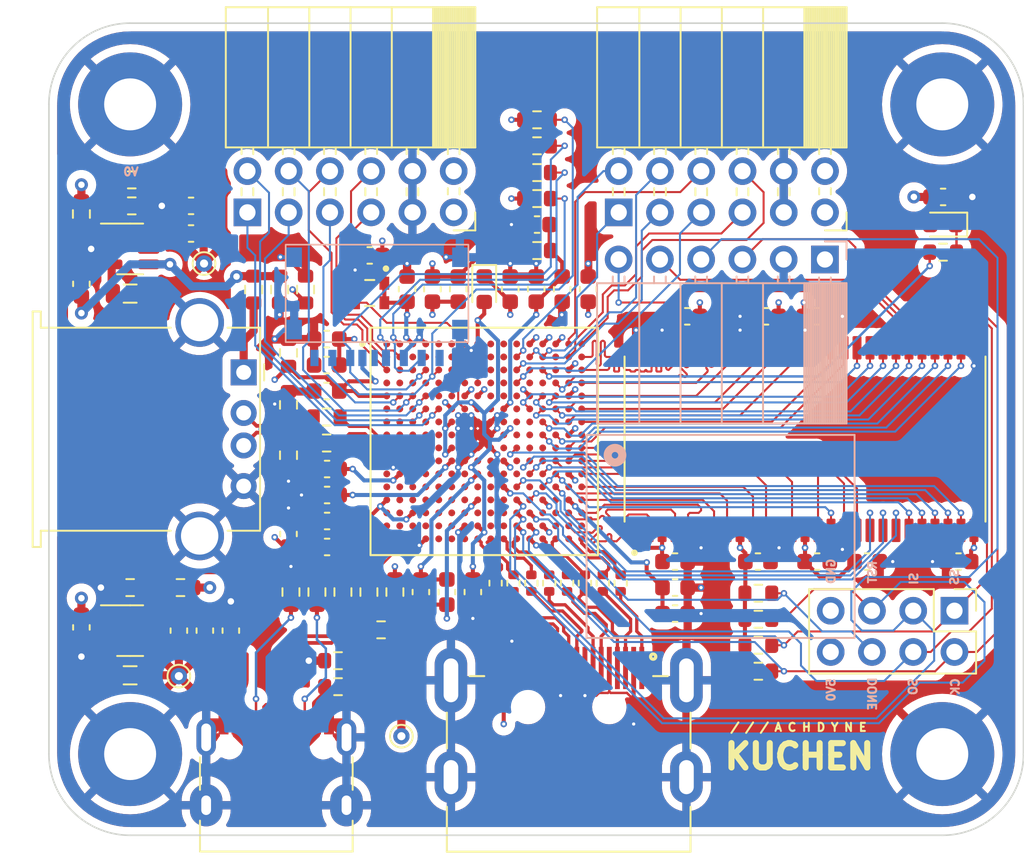
<source format=kicad_pcb>
(kicad_pcb (version 20211014) (generator pcbnew)
  (layers (0 "F.Cu" signal) (1 "In1.Cu" signal) (2 "In2.Cu" signal) (31 "B.Cu" signal) (34 "B.Paste" user) (35 "F.Paste" user) (36 "B.SilkS" user "B.Silkscreen") (37 "F.SilkS" user "F.Silkscreen") (38 "B.Mask" user) (39 "F.Mask" user) (44 "Edge.Cuts" user))
  (net 0 "")
  (net 1 "GND")
  (net 2 "/PWR1V2")
  (net 3 "/PWR3V3")
  (net 4 "/PWR2V5")
  (net 5 "/PWR5V0")
  (net 6 "Net-(FB1-Pad2)")
  (net 7 "Net-(FB2-Pad2)")
  (net 8 "Net-(J1-PadA5)")
  (net 9 "/USB_CONN_DP")
  (net 10 "/USB_CONN_DN")
  (net 12 "Net-(J1-PadB5)")
  (net 14 "/CSPI_SO")
  (net 15 "/SD_SS")
  (net 16 "/CSPI_SCK")
  (net 17 "/CSPI_SI")
  (net 18 "/CSPI_SS")
  (net 19 "/PMOD_A7")
  (net 20 "/PMOD_A8")
  (net 21 "/PMOD_A2")
  (net 22 "/PMOD_A9")
  (net 23 "/PMOD_A3")
  (net 24 "/PMOD_A10")
  (net 25 "/PMOD_A4")
  (net 26 "/PMOD_A1")
  (net 27 "/USB_DN")
  (net 28 "/USB_DP")
  (net 29 "/CDONE")
  (net 30 "/CRESET")
  (net 35 "Net-(C14-Pad1)")
  (net 36 "Net-(C14-Pad2)")
  (net 37 "Net-(C15-Pad1)")
  (net 38 "Net-(C15-Pad2)")
  (net 40 "/USBH_CONN_DN")
  (net 41 "/USBH_CONN_DP")
  (net 42 "/SD_MOSI")
  (net 43 "/SD_SCK")
  (net 44 "/SD_MISO")
  (net 45 "/D2_P")
  (net 46 "/D2_N")
  (net 47 "/D1_P")
  (net 48 "/D1_N")
  (net 49 "/D0_P")
  (net 50 "/D0_N")
  (net 51 "/CK_P")
  (net 52 "/CK_N")
  (net 53 "/DRAM_DQ0")
  (net 54 "/DRAM_DQ1")
  (net 55 "/DRAM_DQ2")
  (net 56 "/PMOD_B7")
  (net 57 "/PMOD_B8")
  (net 58 "/PMOD_B2")
  (net 59 "/PMOD_B9")
  (net 60 "/PMOD_B3")
  (net 61 "/PMOD_B10")
  (net 62 "/PMOD_B4")
  (net 63 "/PMOD_B1")
  (net 65 "/DRAM_DQ3")
  (net 66 "/DVI_D2_P")
  (net 67 "/DVI_D2_N")
  (net 68 "/DVI_D1_P")
  (net 69 "/DVI_D1_N")
  (net 70 "/DVI_D0_P")
  (net 71 "/DVI_D0_N")
  (net 72 "/DVI_CK_P")
  (net 73 "/DVI_CK_N")
  (net 89 "/LEDC")
  (net 90 "/LED")
  (net 195 "/DRAM_DQ4")
  (net 196 "/DRAM_DQ5")
  (net 197 "/DRAM_DQ6")
  (net 198 "/DRAM_DQ7")
  (net 199 "/DRAM_LDQM")
  (net 200 "/DRAM_WE")
  (net 201 "/DRAM_CAS")
  (net 202 "/DRAM_RAS")
  (net 203 "/DRAM_CS")
  (net 204 "/DRAM_BS0")
  (net 205 "/DRAM_BS1")
  (net 206 "/DRAM_A10")
  (net 207 "/DRAM_A0")
  (net 208 "/DRAM_A1")
  (net 209 "/DRAM_A2")
  (net 210 "/DRAM_A3")
  (net 211 "/DRAM_A4")
  (net 212 "/DRAM_A5")
  (net 213 "/DRAM_A6")
  (net 214 "/DRAM_A7")
  (net 215 "/DRAM_A8")
  (net 216 "/DRAM_A9")
  (net 217 "/DRAM_A11")
  (net 218 "/DRAM_A12")
  (net 219 "/DRAM_CKE")
  (net 220 "/DRAM_CLK")
  (net 221 "/DRAM_UDQM")
  (net 222 "/DRAM_DQ8")
  (net 223 "/DRAM_DQ9")
  (net 224 "/DRAM_DQ10")
  (net 225 "/DRAM_DQ11")
  (net 226 "/DRAM_DQ12")
  (net 227 "/DRAM_DQ13")
  (net 228 "/DRAM_DQ14")
  (net 229 "/DRAM_DQ15")
  (net 230 "Net-(C44-Pad2)")
  (net 231 "Net-(C45-Pad2)")
  (net 232 "Net-(L1-Pad1)")
  (net 233 "Net-(L2-Pad1)")
  (net 234 "/PWR3V3EN")
  (net 237 "/USBH_DP")
  (net 238 "/CLK48")
  (net 239 "/USB_DP_PU")
  (net 248 "/USBH_DN")
  (footprint "Capacitor_SMD:C_0603_1608Metric" (layer "F.Cu") (at 147.25 118.05 180)
    (fp_text reference "C37" hide)
    (fp_text value "10uF")
  )
  (footprint "TestPoint:TestPoint_THTPad_D1.0mm_Drill0.5mm" (layer "F.Cu") (at 108 140.2)
    (fp_text reference "TP2" hide)
    (fp_text value "TP_PWR1V2")
  )
  (footprint "Capacitor_SMD:C_0603_1608Metric" (layer "F.Cu") (at 126.1 135.025 -90)
    (fp_text reference "C7" hide)
    (fp_text value "100nF")
  )
  (footprint "Capacitor_SMD:C_0603_1608Metric" (layer "F.Cu") (at 117.125 132.25 180)
    (fp_text reference "C9" hide)
    (fp_text value "100nF")
  )
  (footprint "LD-CRYSTALS:OSC_KC2016Z13.5600C1KX00" (layer "F.Cu") (at 119.75 116.6125 -90)
    (fp_text reference "Y1" hide)
    (fp_text value "KC2016Z48.0000C1KX00")
  )
  (footprint "Capacitor_SMD:C_0603_1608Metric" (layer "F.Cu") (at 147.3 133.15 180)
    (fp_text reference "C32" hide)
    (fp_text value "100nF")
  )
  (footprint "Package_TO_SOT_SMD:SOT-23-6" (layer "F.Cu") (at 105 137.4)
    (fp_text reference "U3" hide)
    (fp_text value "TLV62568DDC")
  )
  (footprint "Resistor_SMD:R_0603_1608Metric" (layer "F.Cu") (at 117.8 139.25 180)
    (fp_text reference "C13" hide)
    (fp_text value "4.7uF")
  )
  (footprint "Capacitor_SMD:C_0603_1608Metric" (layer "F.Cu") (at 119.75 114.3 180)
    (fp_text reference "C39" hide)
    (fp_text value "100nF")
  )
  (footprint "MountingHole:MountingHole_3.2mm_M3_Pad" (layer "F.Cu") (at 105 145)
    (fp_text reference "H3" hide)
    (fp_text value "MountingHole_Pad")
  )
  (footprint "Capacitor_SMD:C_0603_1608Metric" (layer "F.Cu") (at 108.75 111.25 180)
    (fp_text reference "C48" hide)
    (fp_text value "10uF")
  )
  (footprint "Resistor_SMD:R_0402_1005Metric" (layer "F.Cu") (at 129.7 134.475 -90)
    (fp_text reference "R27" hide)
    (fp_text value "270R")
  )
  (footprint "Connector_PinHeader_2.54mm:PinHeader_2x04_P2.54mm_Vertical" (layer "F.Cu") (at 155.75 136.175 -90)
    (fp_text reference "PROG1" hide)
    (fp_text value "Conn_02x04_Top_Bottom")
  )
  (footprint "LD-CONNECTORS:USB_C_Receptacle_HRO_TYPE-C-31-M-12-BIG-PADS" (layer "F.Cu") (at 114 147.1)
    (fp_text reference "J1" hide)
    (fp_text value "TYPE-C-31-M-12-FIXED")
  )
  (footprint "Resistor_SMD:R_0603_1608Metric" (layer "F.Cu") (at 114.9 135.025 90)
    (fp_text reference "R1" hide)
    (fp_text value "5K1")
  )
  (footprint "LED_SMD:LED_0603_1608Metric" (layer "F.Cu") (at 155.05 112.4 180)
    (fp_text reference "D2" hide)
    (fp_text value "LED")
  )
  (footprint "Resistor_SMD:R_0603_1608Metric" (layer "F.Cu") (at 105.1 109.65 180)
    (fp_text reference "R33" hide)
    (fp_text value "210K")
  )
  (footprint "LD-MEMORY:SOP80P1176X120-54N" (layer "F.Cu") (at 146.55 125.6075 90)
    (fp_text reference "U2" hide)
    (fp_text value "W9825G6KH-6")
  )
  (footprint "Resistor_SMD:R_0603_1608Metric" (layer "F.Cu") (at 116.5 135.025 90)
    (fp_text reference "R7" hide)
    (fp_text value "5K1")
  )
  (footprint "Capacitor_SMD:C_0603_1608Metric" (layer "F.Cu") (at 117.1 122.65 180)
    (fp_text reference "C12" hide)
    (fp_text value "100nF")
  )
  (footprint "Resistor_SMD:R_0603_1608Metric" (layer "F.Cu") (at 117.1 125.85 180)
    (fp_text reference "R11" hide)
    (fp_text value "22R")
  )
  (footprint "Capacitor_SMD:C_0603_1608Metric" (layer "F.Cu") (at 117.125 130.65 180)
    (fp_text reference "C3" hide)
    (fp_text value "1uF")
  )
  (footprint "Capacitor_SMD:C_0603_1608Metric" (layer "F.Cu") (at 109.6 137.4 90)
    (fp_text reference "C46" hide)
    (fp_text value "22uF")
  )
  (footprint "MountingHole:MountingHole_3.2mm_M3_Pad" (layer "F.Cu") (at 155 105)
    (fp_text reference "H2" hide)
    (fp_text value "MountingHole_Pad")
  )
  (footprint "LD-HDMI:HDMI_TE_1827059-3-FIXED" (layer "F.Cu") (at 132 144.7)
    (fp_text reference "J4" hide)
    (fp_text value "HDMI_A")
  )
  (footprint "Capacitor_SMD:C_0603_1608Metric" (layer "F.Cu") (at 156 133.15)
    (fp_text reference "C31" hide)
    (fp_text value "100nF")
  )
  (footprint "Capacitor_SMD:C_0603_1608Metric" (layer "F.Cu") (at 133.2 116.375 90)
    (fp_text reference "C1" hide)
    (fp_text value "100nF")
  )
  (footprint "Capacitor_SMD:C_0603_1608Metric" (layer "F.Cu") (at 122.05 116.375 90)
    (fp_text reference "C21" hide)
    (fp_text value "100nF")
  )
  (footprint "Capacitor_SMD:C_0603_1608Metric" (layer "F.Cu") (at 124.5 135.025 -90)
    (fp_text reference "C14" hide)
    (fp_text value "100nF")
  )
  (footprint "Resistor_SMD:R_0402_1005Metric" (layer "F.Cu") (at 128.6 134.475 -90)
    (fp_text reference "R28" hide)
    (fp_text value "270R")
  )
  (footprint "Capacitor_SMD:C_0603_1608Metric" (layer "F.Cu") (at 117.125 127.45 180)
    (fp_text reference "C28" hide)
    (fp_text value "10nF")
  )
  (footprint "Inductor_SMD:L_0805_2012Metric" (layer "F.Cu") (at 105 116.65)
    (fp_text reference "L2" hide)
    (fp_text value "INDUCTOR")
  )
  (footprint "Resistor_SMD:R_0603_1608Metric" (layer "F.Cu") (at 130.05 110.8)
    (fp_text reference "R14" hide)
    (fp_text value "20K")
  )
  (footprint "Capacitor_SMD:C_0603_1608Metric" (layer "F.Cu") (at 102 137.2 -90)
    (fp_text reference "C42" hide)
    (fp_text value "4.7uF")
  )
  (footprint "Package_TO_SOT_SMD:SOT-23-6" (layer "F.Cu") (at 105 113.9)
    (fp_text reference "U4" hide)
    (fp_text value "TLV62568DDC")
  )
  (footprint "Resistor_SMD:R_0603_1608Metric" (layer "F.Cu") (at 143.675 135.1 180)
    (fp_text reference "R6" hide)
    (fp_text value "10K")
  )
  (footprint "Resistor_SMD:R_0603_1608Metric" (layer "F.Cu") (at 114.75 126.6 -90)
    (fp_text reference "R35" hide)
    (fp_text value "15K")
  )
  (footprint "Resistor_SMD:R_0603_1608Metric" (layer "F.Cu") (at 105 134.75 180)
    (fp_text reference "R32" hide)
    (fp_text value "120K")
  )
  (footprint "Resistor_SMD:R_0603_1608Metric" (layer "F.Cu") (at 108.1 134.75 180)
    (fp_text reference "R31" hide)
    (fp_text value "120K")
  )
  (footprint "Capacitor_SMD:C_0603_1608Metric" (layer "F.Cu") (at 139.3 118.05)
    (fp_text reference "C35" hide)
    (fp_text value "100nF")
  )
  (footprint "Resistor_SMD:R_0402_1005Metric" (layer "F.Cu") (at 133 134.475 -90)
    (fp_text reference "R24" hide)
    (fp_text value "270R")
  )
  (footprint "Resistor_SMD:R_0402_1005Metric" (layer "F.Cu") (at 130.8 134.475 -90)
    (fp_text reference "R26" hide)
    (fp_text value "270R")
  )
  (footprint "Resistor_SMD:R_0603_1608Metric" (layer "F.Cu") (at 105.1 111.25)
    (fp_text reference "R34" hide)
    (fp_text value "47K")
  )
  (footprint "Capacitor_SMD:C_0603_1608Metric" (layer "F.Cu") (at 131.6 116.375 -90)
    (fp_text reference "C11" hide)
    (fp_text value "220nF")
  )
  (footprint "LD-ICE40:BGA256C80P16X16_1400X1400X170" (layer "F.Cu") (at 126.8 125.75)
    (fp_text reference "U1" hide)
    (fp_text value "ICE40HX8K-CT256")
  )
  (footprint "Resistor_SMD:R_0603_1608Metric" (layer "F.Cu") (at 118.1 135.025 90)
    (fp_text reference "R2" hide)
    (fp_text value "22R")
  )
  (footprint "Diode_SMD:D_0603_1608Metric" (layer "F.Cu") (at 126.8 116.375 -90)
    (fp_text reference "D1" hide)
    (fp_text value "D_Schottky_Small")
  )
  (footprint "Capacitor_SMD:C_0603_1608Metric" (layer "F.Cu") (at 150.375 133.15 180)
    (fp_text reference "C38" hide)
    (fp_text value "10uF")
  )
  (footprint "Capacitor_SMD:C_0603_1608Metric" (layer "F.Cu") (at 125.2 116.375 -90)
    (fp_text reference "C15" hide)
    (fp_text value "100nF")
  )
  (footprint "Capacitor_SMD:C_0603_1608Metric" (layer "F.Cu") (at 138.55 133.15 180)
    (fp_text reference "C36" hide)
    (fp_text value "100nF")
  )
  (footprint "LD-PMOD:PMOD_2x06_HOST" (layer "F.Cu") (at 147.78 111.65 -90)
    (fp_text reference "PMOD2" hide)
    (fp_text value "PMOD-Device-x2-Type-1A-GPIO")
  )
  (footprint "Resistor_SMD:R_0603_1608Metric" (layer "F.Cu") (at 143.675 138.3 180)
    (fp_text reference "R4" hide)
    (fp_text value "10K")
  )
  (footprint "Capacitor_SMD:C_0603_1608Metric" (layer "F.Cu") (at 143.65 133.15 180)
    (fp_text reference "C33" hide)
    (fp_text value "100nF")
  )
  (footprint "Capacitor_SMD:C_0603_1608Metric" (layer "F.Cu") (at 117.1 121.05 180)
    (fp_text reference "C23" hide)
    (fp_text value "220nF")
  )
  (footprint "Resistor_SMD:R_0603_1608Metric" (layer "F.Cu") (at 115.8 116.4 90)
    (fp_text reference "C41" hide)
    (fp_text value "100nF")
  )
  (footprint "Resistor_SMD:R_0402_1005Metric" (layer "F.Cu") (at 127.5 134.475 -90)
    (fp_text reference "R29" hide)
    (fp_text value "270R")
  )
  (footprint "Capacitor_SMD:C_0603_1608Metric" (layer "F.Cu") (at 130 116.375 90)
    (fp_text reference "C29" hide)
    (fp_text value "10nF")
  )
  (footprint "Resistor_SMD:R_0603_1608Metric" (layer "F.Cu") (at 119.7 135.025 90)
    (fp_text reference "R3" hide)
    (fp_text value "22R")
  )
  (footprint "Capacitor_SMD:C_0603_1608Metric" (layer "F.Cu") (at 138.55 136.35)
    (fp_text reference "C5" hide)
    (fp_text value "1uF")
  )
  (footprint "Inductor_SMD:L_0805_2012Metric" (layer "F.Cu") (at 105 140.15)
    (fp_text reference "L1" hide)
    (fp_text value "INDUCTOR")
  )
  (footprint "Capacitor_SMD:C_0603_1608Metric" (layer "F.Cu") (at 108 137.4 90)
    (fp_text reference "C44" hide)
    (fp_text value "10pF")
  )
  (footprint "Resistor_SMD:R_0603_1608Metric" (layer "F.Cu") (at 130.05 107.55)
    (fp_text reference "R18" hide)
    (fp_text value "20K")
  )
  (footprint "Capacitor_SMD:C_0603_1608Metric" (layer "F.Cu") (at 130.05 112.4 180)
    (fp_text reference "C6" hide)
    (fp_text value "1uF")
  )
  (footprint "Resistor_SMD:R_0603_1608Metric" (layer "F.Cu") (at 143.675 139.9 180)
    (fp_text reference "R5" hide)
    (fp_text value "10K")
  )
  (footprint "Capacitor_SMD:C_0603_1608Metric" (layer "F.Cu") (at 102 116.05 90)
    (fp_text reference "C43" hide)
    (fp_text value "4.7uF")
  )
  (footprint "TestPoint:TestPoint_THTPad_D1.0mm_Drill0.5mm" (layer "F.Cu") (at 109.55 114.8)
    (fp_text reference "TP3" hide)
    (fp_text value "TP_PWR3V3")
  )
  (footprint "Capacitor_SMD:C_0603_1608Metric" (layer "F.Cu") (at 123.61 116.375 -90)
    (fp_text reference "C18" hide)
    (fp_text value "10uF")
  )
  (footprint "Resistor_SMD:R_0603_1608Metric" (layer "F.Cu") (at 117.8 140.85 180)
    (fp_text reference "FB1" hide)
    (fp_text value "Ferrite_Bead")
  )
  (footprint "Resistor_SMD:R_0603_1608Metric" (layer "F.Cu") (at 155.05 114.1 180)
    (fp_text reference "R13" hide)
    (fp_text value "536R")
  )
  (footprint "MountingHole:MountingHole_3.2mm_M3_Pad" (layer "F.Cu") (at 155 145)
    (fp_text reference "H4" hide)
    (fp_text value "MountingHole_Pad")
  )
  (footprint "Connector_USB:USB_A_Stewart_SS-52100-001_Horizontal" (layer "F.Cu") (at 111.99 121.5 -90)
    (fp_text reference "J2" hide)
    (fp_text value "USB_A")
  )
  (footprint "Capacitor_SMD:C_0603_1608Metric" (layer "F.Cu") (at 108.75 112.95 180)
    (fp_text reference "C45" hide)
    (fp_text value "10pF")
  )
  (footprint "Capacitor_SMD:C_0603_1608Metric" (layer "F.Cu") (at 117.1 119.45 180)
    (fp_text reference "C26" hide)
    (fp_text value "10nF")
  )
  (footprint "Resistor_SMD:R_0603_1608Metric" (layer "F.Cu") (at 130.05 114 180)
    (fp_text reference "R10" hide)
    (fp_text value "100R")
  )
  (footprint "Resistor_SMD:R_0402_1005Metric" (layer "F.Cu") (at 131.9 134.475 -90)
    (fp_text reference "R25" hide)
    (fp_text value "270R")
  )
  (footprint "Resistor_SMD:R_0603_1608Metric" (layer "F.Cu") (at 112.6 116.4 -90)
    (fp_text reference "FB2" hide)
    (fp_text value "Ferrite_Bead")
  )
  (footprint "Capacitor_SMD:C_0603_1608Metric" (layer "F.Cu") (at 138.55 134.75)
    (fp_text reference "C4" hide)
    (fp_text value "100nF")
  )
  (footprint "TestPoint:TestPoint_THTPad_D1.0mm_Drill0.5mm" (layer "F.Cu") (at 121.7 143.9 180)
    (fp_text reference "TP1" hide)
    (fp_text value "TP_PWR5V0")
  )
  (footprint "Resistor_SMD:R_0603_1608Metric" (layer "F.Cu") (at 102 111.75 -90)
    (fp_text reference "R30" hide)
    (fp_text value "1K5")
  )
  (footprint "Resistor_SMD:R_0603_1608Metric" (layer "F.Cu") (at 114.2 116.4 -90)
    (fp_text reference "C30" hide)
    (fp_text value "4.7uF")
  )
  (footprint "LD-PMOD:PMOD_2x06_HOST" (layer "F.Cu") (at 124.92 111.65 -90)
    (fp_text reference "PMOD1" hide)
    (fp_text value "PMOD-Device-x2-Type-1A-GPIO")
  )
  (footprint "MountingHole:MountingHole_3.2mm_M3_Pad" (layer "F.Cu") (at 105 105)
    (fp_text reference "H1" hide)
    (fp_text value "MountingHole_Pad")
  )
  (footprint "Capacitor_SMD:C_0603_1608Metric" (layer "F.Cu") (at 155.05 110.7)
    (fp_text reference "C49" hide)
    (fp_text value "22uF")
  )
  (footprint "Capacitor_SMD:C_0603_1608Metric" (layer "F.Cu") (at 117.125 129.05 180)
    (fp_text reference "C22" hide)
    (fp_text value "220nF")
  )
  (footprint "Resistor_SMD:R_0603_1608Metric" (layer "F.Cu") (at 120.45 137.35)
    (fp_text reference "R37" hide)
    (fp_text value "1K5")
  )
  (footprint "Resistor_SMD:R_0402_1005Metric" (layer "F.Cu") (at 134.1 134.475 -90)
    (fp_text reference "R23" hide)
    (fp_text value "270R")
  )
  (footprint "Capacitor_SMD:C_0603_1608Metric" (layer "F.Cu") (at 128.4 116.375 90)
    (fp_text reference "C10" hide)
    (fp_text value "100nF")
  )
  (footprint "Resistor_SMD:R_0603_1608Metric" (layer "F.Cu") (at 117.1 124.25 180)
    (fp_text reference "R12" hide)
    (fp_text value "22R")
  )
  (footprint "Capacitor_SMD:C_0603_1608Metric" (layer "F.Cu") (at 111.2 137.4 90)
    (fp_text reference "C47" hide)
    (fp_text value "22uF")
  )
  (footprint "Resistor_SMD:R_0402_1005Metric" (layer "F.Cu") (at 135.2 134.475 -90)
    (fp_text reference "R22" hide)
    (fp_text value "270R")
  )
  (footprint "Resistor_SMD:R_0603_1608Metric" (layer "F.Cu") (at 114.75 123.5 90)
    (fp_text reference "R36" hide)
    (fp_text value "15K")
  )
  (footprint "Capacitor_SMD:C_0603_1608Metric" (layer "F.Cu") (at 114.75 131.45 90)
    (fp_text reference "C2" hide)
    (fp_text value "1uF")
  )
  (footprint "Resistor_SMD:R_0603_1608Metric" (layer "F.Cu") (at 143.675 136.7 180)
    (fp_text reference "R8" hide)
    (fp_text value "10K")
  )
  (footprint "Capacitor_SMD:C_0603_1608Metric" (layer "F.Cu") (at 144.15 118.05)
    (fp_text reference "C34" hide)
    (fp_text value "100nF")
  )
  (footprint "Capacitor_SMD:C_0603_1608Metric" (layer "F.Cu") (at 122.9 135.025 -90)
    (fp_text reference "C17" hide)
    (fp_text value "10uF")
  )
  (footprint "Resistor_SMD:R_0603_1608Metric" (layer "F.Cu") (at 121.3 135.025 -90)
    (fp_text reference "R9" hide)
    (fp_text value "100R")
  )
  (footprint "Resistor_SMD:R_0603_1608Metric" (layer "F.Cu") (at 114.75 120.3 90)
    (fp_text reference "C40" hide)
    (fp_text value "10uF")
  )
  (footprint "Resistor_SMD:R_0603_1608Metric" (layer "F.Cu") (at 130.05 109.2)
    (fp_text reference "R16" hide)
    (fp_text value "20K")
  )
  (footprint "Resistor_SMD:R_0603_1608Metric" (layer "F.Cu") (at 130.05 105.95)
    (fp_text reference "R19" hide)
    (fp_text value "20K")
  )
  (footprint "Connector_PinSocket_2.54mm:PinSocket_1x06_P2.54mm_Horizontal" (layer "B.Cu") (at 147.775 114.55 90)
    (fp_text reference "MMOD1" hide)
    (fp_text value "PMOD-Device-x1-Type-2-SPI")
  )
  (footprint "LD-MODULES:LD-MMOD" (layer "B.Cu") (at 141.35 131.6 90)
    (fp_text reference "REF**" hide)
    (fp_text value "LD-MMOD")
  )
  (footprint "LD-SDCARD:TF-018B-H15" (layer "B.Cu") (at 120.2 116.6375 180)
    (fp_text reference "J3" hide)
    (fp_text value "MICROSD")
  )
  (gr_line (start 100 145) (end 100 105) (layer "Edge.Cuts") (width 0.1))
  (gr_line (start 160 105) (end 160 145) (layer "Edge.Cuts") (width 0.1))
  (gr_line (start 105 100) (end 155 100) (layer "Edge.Cuts") (width 0.1))
  (gr_arc (start 105 150) (mid 101.464466 148.535534) (end 100 145) (layer "Edge.Cuts") (width 0.1))
  (gr_arc (start 100 105) (mid 101.464466 101.464466) (end 105 100) (layer "Edge.Cuts") (width 0.1))
  (gr_arc (start 160 145) (mid 158.535534 148.535534) (end 155 150) (layer "Edge.Cuts") (width 0.1))
  (gr_line (start 155 150) (end 105 150) (layer "Edge.Cuts") (width 0.1))
  (gr_arc (start 155 100) (mid 158.535534 101.464466) (end 160 105) (layer "Edge.Cuts") (width 0.1))
  (gr_text "V0" (at 105.05 109.15) (layer "B.SilkS") (effects (font (size 0.5 0.5) (thickness 0.125)) (justify mirror)))
  (gr_text "RST" (at 150.7 133.8 90) (layer "B.SilkS") (effects (font (size 0.5 0.5) (thickness 0.125)) (justify mirror)))
  (gr_text "SI" (at 153.25 134.2 90) (layer "B.SilkS") (effects (font (size 0.5 0.5) (thickness 0.125)) (justify mirror)))
  (gr_text "5V0" (at 148.15 141.05 90) (layer "B.SilkS") (effects (font (size 0.5 0.5) (thickness 0.125)) (justify mirror)))
  (gr_text "SO" (at 153.2 140.85 90) (layer "B.SilkS") (effects (font (size 0.5 0.5) (thickness 0.125)) (justify mirror)))
  (gr_text "CK" (at 155.8 140.85 90) (layer "B.SilkS") (effects (font (size 0.5 0.5) (thickness 0.125)) (justify mirror)))
  (gr_text "GND" (at 148.15 133.75 90) (layer "B.SilkS") (effects (font (size 0.5 0.5) (thickness 0.125)) (justify mirror)))
  (gr_text "DONE" (at 150.7 141.3 90) (layer "B.SilkS") (effects (font (size 0.5 0.5) (thickness 0.125)) (justify mirror)))
  (gr_text "SS" (at 155.75 134.1 90) (layer "B.SilkS") (effects (font (size 0.5 0.5) (thickness 0.125)) (justify mirror)))
  (gr_text "KUCHEN" (at 146.2 145.15) (layer "F.SilkS") (effects (font (size 1.5 1.5) (thickness 0.375))))
  (gr_text "/ / / A C H D Y N E" (at 146.15 143.35) (layer "F.SilkS") (effects (font (size 0.5 0.5) (thickness 0.125))))
  (segment (start 110.595 143.055) (end 109.68 143.97) (width 0.5) (layer "F.Cu") (net 1))
  (segment (start 132 127.75) (end 132.4 128.15) (width 0.25) (layer "F.Cu") (net 1))
  (segment (start 116.325 119.45) (end 116.325 121.05) (width 0.25) (layer "F.Cu") (net 1))
  (segment (start 132 122.95) (end 132.4 122.55) (width 0.25) (layer "F.Cu") (net 1))
  (segment (start 113.925 119.475) (end 113.9 119.45) (width 0.25) (layer "F.Cu") (net 1))
  (segment (start 134.415001 141.234999) (end 133.865001 141.234999) (width 0.15) (layer "F.Cu") (net 1))
  (segment (start 118.85 114.425) (end 118.975 114.3) (width 0.25) (layer "F.Cu") (net 1))
  (segment (start 130 115.6) (end 130 114.8) (width 0.25) (layer "F.Cu") (net 1))
  (segment (start 131.5 139.7) (end 131.5 141.4) (width 0.25) (layer "F.Cu") (net 1))
  (segment (start 126.1 135.8) (end 126.1 136.65) (width 0.25) (layer "F.Cu") (net 1))
  (segment (start 102.575 137.4) (end 102 137.975) (width 0.5) (layer "F.Cu") (net 1))
  (segment (start 123.2 131.75) (end 122.8 132.15) (width 0.25) (layer "F.Cu") (net 1))
  (segment (start 126.4 125.35) (end 127.2 124.55) (width 0.25) (layer "F.Cu") (net 1))
  (segment (start 102 114.5) (end 102.6 113.9) (width 0.5) (layer "F.Cu") (net 1))
  (segment (start 139.325 134.75) (end 140.15 134.75) (width 0.25) (layer "F.Cu") (net 1))
  (segment (start 116.325 130.675) (end 116.35 130.65) (width 0.25) (layer "F.Cu") (net 1))
  (segment (start 114.75 119.475) (end 116.3 119.475) (width 0.25) (layer "F.Cu") (net 1))
  (segment (start 125.6 126.95) (end 126 126.55) (width 0.25) (layer "F.Cu") (net 1))
  (segment (start 131.6 117.15) (end 131.6 117.925) (width 0.25) (layer "F.Cu") (net 1))
  (segment (start 134.5 141.15) (end 134.584999 141.234999) (width 0.15) (layer "F.Cu") (net 1))
  (segment (start 133 139.7) (end 133 141.4) (width 0.25) (layer "F.Cu") (net 1))
  (segment (start 114.2 117.225) (end 114.2 117.95) (width 0.25) (layer "F.Cu") (net 1))
  (segment (start 114.675 122.675) (end 113.9 123.45) (width 0.25) (layer "F.Cu") (net 1))
  (segment (start 142.55 119.9875) (end 142.55 118.9) (width 0.125) (layer "F.Cu") (net 1))
  (segment (start 144.95 132.3) (end 144.95 132.625) (width 0.25) (layer "F.Cu") (net 1))
  (segment (start 135.584999 141.234999) (end 136 141.65) (width 0.15) (layer "F.Cu") (net 1))
  (segment (start 133.2 115.6) (end 133.2 114.8) (width 0.25) (layer "F.Cu") (net 1))
  (segment (start 136.15 118.9) (end 136.15 119.9875) (width 0.25) (layer "F.Cu") (net 1))
  (segment (start 116.975 139.25) (end 116 139.25) (width 0.5) (layer "F.Cu") (net 1))
  (segment (start 136 139.7) (end 136 141.65) (width 0.25) (layer "F.Cu") (net 1))
  (segment (start 126.4 125.35) (end 126 124.95) (width 0.25) (layer "F.Cu") (net 1))
  (segment (start 114.75 130.675) (end 116.325 130.675) (width 0.25) (layer "F.Cu") (net 1))
  (segment (start 151.15 133.15) (end 151.95 133.15) (width 0.25) (layer "F.Cu") (net 1))
  (segment (start 116.35 132.25) (end 116.35 130.65) (width 0.25) (layer "F.Cu") (net 1))
  (segment (start 156.95 119.9875) (end 156.95 121.1) (width 0.25) (layer "F.Cu") (net 1))
  (segment (start 125.6 124.55) (end 125.2 124.15) (width 0.25) (layer "F.Cu") (net 1))
  (segment (start 116.3 122.675) (end 116.325 122.65) (width 0.25) (layer "F.Cu") (net 1))
  (segment (start 125.6 126.95) (end 125.2 127.35) (width 0.25) (layer "F.Cu") (net 1))
  (segment (start 121.6 126.95) (end 121.2 127.35) (width 0.25) (layer "F.Cu") (net 1))
  (segment (start 103.8625 137.4) (end 102.575 137.4) (width 0.5) (layer "F.Cu") (net 1))
  (segment (start 148.85 118.05) (end 148.025 118.05) (width 0.25) (layer "F.Cu") (net 1))
  (segment (start 114.675 114.45) (end 115.8 115.575) (width 0.25) (layer "F.Cu") (net 1))
  (segment (start 155.825 110.7) (end 156.85 110.7) (width 0.5) (layer "F.Cu") (net 1))
  (segment (start 116.325 127.425) (end 116.35 127.45) (width 0.25) (layer "F.Cu") (net 1))
  (segment (start 140.15 131.2275) (end 140.15 132.3) (width 0.25) (layer "F.Cu") (net 1))
  (segment (start 144.95 132.625) (end 144.425 133.15) (width 0.25) (layer "F.Cu") (net 1))
  (segment (start 126.4 124.55) (end 126 124.15) (width 0.25) (layer "F.Cu") (net 1))
  (segment (start 115.55 129.05) (end 116.35 129.05) (width 0.25) (layer "F.Cu") (net 1))
  (segment (start 103.2 134.75) (end 104.175 134.75) (width 0.5) (layer "F.Cu") (net 1))
  (segment (start 125.6 126.15) (end 126 126.55) (width 0.25) (layer "F.Cu") (net 1))
  (segment (start 127.2 125.35) (end 126.4 126.15) (width 0.25) (layer "F.Cu") (net 1))
  (segment (start 137.75 118.9) (end 137.75 118.825) (width 0.25) (layer "F.Cu") (net 1))
  (segment (start 129.275 112.4) (end 128.475 112.4) (width 0.25) (layer "F.Cu") (net 1))
  (segment (start 134.584999 141.234999) (end 135.584999 141.234999) (width 0.15) (layer "F.Cu") (net 1))
  (segment (start 110.75 143.055) (end 110.595 143.055) (width 0.5) (layer "F.Cu") (net 1))
  (segment (start 114.75 127.425) (end 116.325 127.425) (width 0.25) (layer "F.Cu") (net 1))
  (segment (start 127.2 124.55) (end 127.6 124.15) (width 0.25) (layer "F.Cu") (net 1))
  (segment (start 114.75 127.425) (end 114.75 128.2) (width 0.25) (layer "F.Cu") (net 1))
  (segment (start 114.75 122.675) (end 116.3 122.675) (width 0.25) (layer "F.Cu") (net 1))
  (segment (start 118.85 116.0125) (end 118.85 115.2) (width 0.25) (layer "F.Cu") (net 1))
  (segment (start 114.75 130.675) (end 114.75 129.85) (width 0.25) (layer "F.Cu") (net 1))
  (segment (start 143.375 118.05) (end 142.55 118.05) (width 0.125) (layer "F.Cu") (net 1))
  (segment (start 129.6 119.75) (end 130 119.35) (width 0.25) (layer "F.Cu") (net 1))
  (segment (start 144.95 131.2275) (end 144.95 132.3) (width 0.25) (layer "F.Cu") (net 1))
  (segment (start 128.4 115.6) (end 128.4 114.8) (width 0.25) (layer "F.Cu") (net 1))
  (segment (start 139.325 133.125) (end 140.15 132.3) (width 0.25) (layer "F.Cu") (net 1))
  (segment (start 148.075 133.15) (end 148.1 133.15) (width 0.25) (layer "F.Cu") (net 1))
  (segment (start 146.55 119.9875) (end 146.55 118.9) (width 0.25) (layer "F.Cu") (net 1))
  (segment (start 128.5 139.7) (end 128.5 138.05) (width 0.25) (layer "F.Cu") (net 1))
  (segment (start 116.35 129.05) (end 116.35 130.65) (width 0.25) (layer "F.Cu") (net 1))
  (segment (start 133.7 141.4) (end 133 141.4) (width 0.15) (layer "F.Cu") (net 1))
  (segment (start 127.2 126.15) (end 127.6 126.55) (width 0.25) (layer "F.Cu") (net 1))
  (segment (start 114.75 119.475) (end 113.925 119.475) (width 0.25) (layer "F.Cu") (net 1))
  (segment (start 137.75 118.825) (end 138.525 118.05) (width 0.25) (layer "F.Cu") (net 1))
  (segment (start 107.975 111.25) (end 106.95 111.25) (width 0.5) (layer "F.Cu") (net 1))
  (segment (start 137.75 118.9) (end 137.75 119.9875) (width 0.25) (layer "F.Cu") (net 1))
  (segment (start 109.6 136.625) (end 111.2 136.625) (width 0.5) (layer "F.Cu") (net 1))
  (segment (start 102 137.975) (end 102 139) (width 0.5) (layer "F.Cu") (net 1))
  (segment (start 118.85 115.2) (end 118.85 114.425) (width 0.25) (layer "F.Cu") (net 1))
  (segment (start 126.4 125.35) (end 127.2 126.15) (width 0.25) (layer "F.Cu") (net 1))
  (segment (start 114.25 114.4) (end 114.3 114.45) (width 0.25) (layer "F.Cu") (net 1))
  (segment (start 127.2 125.35) (end 127.6 124.95) (width 0.25) (layer "F.Cu") (net 1))
  (segment (start 102 115.275) (end 102 114.5) (width 0.5) (layer "F.Cu") (net 1))
  (segment (start 125.6 125.35) (end 126.4 126.15) (width 0.25) (layer "F.Cu") (net 1))
  (segment (start 139.325 133.15) (end 139.325 133.125) (width 0.25) (layer "F.Cu") (net 1))
  (segment (start 148.1 133.15) (end 148.85 132.4) (width 0.25) (layer "F.Cu") (net 1))
  (segment (start 103.8625 113.9) (end 102.6 113.9) (width 0.5) (layer "F.Cu") (net 1))
  (segment (start 129.6 131.75) (end 130 132.15) (width 0.25) (layer "F.Cu") (net 1))
  (segment (start 155.225 133.15) (end 154.4 133.15) (width 0.25) (layer "F.Cu") (net 1))
  (segment (start 114.9 134.2) (end 116.5 134.2) (width 0.25) (layer "F.Cu") (net 1))
  (segment (start 117.25 143.055) (end 117.405 143.055) (width 0.5) (layer "F.Cu") (net 1))
  (segment (start 116.35 127.45) (end 116.35 129.05) (width 0.25) (layer "F.Cu") (net 1))
  (segment (start 114.75 122.675) (end 114.675 122.675) (width 0.25) (layer "F.Cu") (net 1))
  (segment (start 126.4 126.15) (end 126 126.55) (width 0.25) (layer "F.Cu") (net 1))
  (segment (start 134.5 139.7) (end 134.5 141.15) (width 0.15) (layer "F.Cu") (net 1))
  (segment (start 105.925 111.25) (end 106.95 111.25) (width 0.5) (layer "F.Cu") (net 1))
  (segment (start 139.325 136.35) (end 140.15 136.35) (width 0.25) (layer "F.Cu") (net 1))
  (segment (start 136 141.65) (end 136 143.15) (width 0.25) (layer "F.Cu") (net 1))
  (segment (start 134.5 141.15) (end 134.415001 141.234999) (width 0.15) (layer "F.Cu") (net 1))
  (segment (start 116.3 119.475) (end 116.325 119.45) (width 0.25) (layer "F.Cu") (net 1))
  (segment (start 122.05 115.6) (end 122.05 114.8) (width 0.25) (layer "F.Cu") (net 1))
  (segment (start 125.6 126.15) (end 126.4 125.35) (width 0.25) (layer "F.Cu") (net 1))
  (segment (start 125.6 125.35) (end 125.2 124.95) (width 0.25) (layer "F.Cu") (net 1))
  (segment (start 117.405 143.055) (end 118.32 143.97) (width 0.5) (layer "F.Cu") (net 1))
  (segment (start 125.6 130.95) (end 125.2 131.35) (width 0.25) (layer "F.Cu") (net 1))
  (segment (start 131.6 117.925) (end 131.575 117.95) (width 0.25) (layer "F.Cu") (net 1))
  (segment (start 133.865001 141.234999) (end 133.7 141.4) (width 0.15) (layer "F.Cu") (net 1))
  (segment (start 111.2 136.625) (end 111.2 135.6) (width 0.5) (layer "F.Cu") (net 1))
  (segment (start 114.9 134.2) (end 114.9 133.45) (width 0.25) (layer "F.Cu") (net 1))
  (segment (start 114.3 114.45) (end 114.675 114.45) (width 0.25) (layer "F.Cu") (net 1))
  (segment (start 123.2 119.75) (end 122.8 119.35) (width 0.25) (layer "F.Cu") (net 1))
  (segment (start 126.4 124.55) (end 127.2 125.35) (width 0.25) (layer "F.Cu") (net 1))
  (segment (start 125.6 124.55) (end 126 124.95) (width 0.25) (layer "F.Cu") (net 1))
  (via (at 125.2 124.15) (size 0.4) (drill 0.2) (layers "F.Cu" "B.Cu") (net 1))
  (via (at 148.85 132.4) (size 0.4) (drill 0.2) (layers "F.Cu" "B.Cu") (net 1))
  (via (at 113.9 123.45) (size 0.4) (drill 0.2) (layers "F.Cu" "B.Cu") (net 1))
  (via (at 131.575 117.95) (size 0.4) (drill 0.2) (layers "F.Cu" "B.Cu") (net 1))
  (via (at 148.85 118.05) (size 0.4) (drill 0.2) (layers "F.Cu" "B.Cu") (net 1))
  (via (at 125.2 131.35) (size 0.4) (drill 0.2) (layers "F.Cu" "B.Cu") (net 1))
  (via (at 102.6 113.9) (size 0.8) (drill 0.4) (layers "F.Cu" "B.Cu") (net 1))
  (via (at 126 126.55) (size 0.4) (drill 0.2) (layers "F.Cu" "B.Cu") (net 1))
  (via (at 127.6 124.95) (size 0.4) (drill 0.2) (layers "F.Cu" "B.Cu") (net 1))
  (via (at 130 114.8) (size 0.4) (drill 0.2) (layers "F.Cu" "B.Cu") (net 1))
  (via (at 116 139.25) (size 0.8) (drill 0.4) (layers "F.Cu" "B.Cu") (net 1))
  (via (at 114.75 129.85) (size 0.4) (drill 0.2) (layers "F.Cu" "B.Cu") (net 1))
  (via (at 111.2 135.6) (size 0.8) (drill 0.4) (layers "F.Cu" "B.Cu") (net 1))
  (via (at 151.95 133.15) (size 0.4) (drill 0.2) (layers "F.Cu" "B.Cu") (net 1))
  (via (at 128.475 112.4) (size 0.4) (drill 0.2) (layers "F.Cu" "B.Cu") (net 1))
  (via (at 156.95 121.1) (size 0.4) (drill 0.2) (layers "F.Cu" "B.Cu") (net 1))
  (via (at 122.05 114.8) (size 0.4) (drill 0.2) (layers "F.Cu" "B.Cu") (net 1))
  (via (at 133.2 114.8) (size 0.4) (drill 0.2) (layers "F.Cu" "B.Cu") (net 1))
  (via (at 126 124.15) (size 0.4) (drill 0.2) (layers "F.Cu" "B.Cu") (net 1))
  (via (at 118.85 115.2) (size 0.4) (drill 0.2) (layers "F.Cu" "B.Cu") (net 1))
  (via (at 156.85 110.7) (size 0.8) (drill 0.4) (layers "F.Cu" "B.Cu") (net 1))
  (via (at 115.55 129.05) (size 0.4) (drill 0.2) (layers "F.Cu" "B.Cu") (net 1))
  (via (at 126.1 136.65) (size 0.4) (drill 0.2) (layers "F.Cu" "B.Cu") (net 1))
  (via (at 132.4 128.15) (size 0.4) (drill 0.2) (layers "F.Cu" "B.Cu") (net 1))
  (via (at 106.95 111.25) (size 0.8) (drill 0.4) (layers "F.Cu" "B.Cu") (net 1))
  (via (at 103.2 134.75) (size 0.8) (drill 0.4) (layers "F.Cu" "B.Cu") (net 1))
  (via (at 114.75 128.2) (size 0.4) (drill 0.2) (layers "F.Cu" "B.Cu") (net 1))
  (via (at 144.95 132.3) (size 0.4) (drill 0.2) (layers "F.Cu" "B.Cu") (net 1))
  (via (at 130 132.15) (size 0.4) (drill 0.2) (layers "F.Cu" "B.Cu") (net 1))
  (via (at 124.45 114.4) (size 0.4) (drill 0.2) (layers "F.Cu" "B.Cu") (net 1))
  (via (at 137.75 118.9) (size 0.4) (drill 0.2) (layers "F.Cu" "B.Cu") (net 1))
  (via (at 122.8 132.15) (size 0.4) (drill 0.2) (layers "F.Cu" "B.Cu") (net 1))
  (via (at 146.55 118.9) (size 0.4) (drill 0.2) (layers "F.Cu" "B.Cu") (net 1))
  (via (at 126 120.15) (size 0.4) (drill 0.2) (layers "F.Cu" "B.Cu") (net 1))
  (via (at 125.2 124.95) (size 0.4) (drill 0.2) (layers "F.Cu" "B.Cu") (net 1))
  (via (at 121.2 127.35) (size 0.4) (drill 0.2) (layers "F.Cu" "B.Cu") (net 1))
  (via (at 128.4 114.8) (size 0.4) (drill 0.2) (layers "F.Cu" "B.Cu") (net 1))
  (via (at 102 139) (size 0.8) (drill 0.4) (layers "F.Cu" "B.Cu") (net 1))
  (via (at 113.9 119.45) (size 0.4) (drill 0.2) (layers "F.Cu" "B.Cu") (net 1))
  (via (at 126 124.95) (size 0.4) (drill 0.2) (layers "F.Cu" "B.Cu") (net 1))
  (via (at 140.15 136.35) (size 0.4) (drill 0.2) (layers "F.Cu" "B.Cu") (net 1))
  (via (at 114.9 133.45) (size 0.4) (drill 0.2) (layers "F.Cu" "B.Cu") (net 1))
  (via (at 142.55 118.05) (size 0.4) (drill 0.2) (layers "F.Cu" "B.Cu") (net 1))
  (via (at 114.25 114.4) (size 0.4) (drill 0.2) (layers "F.Cu" "B.Cu") (net 1))
  (via (at 114.2 117.95) (size 0.4) (drill 0.2) (layers "F.Cu" "B.Cu") (net 1))
  (via (at 131.5 141.4) (size 0.4) (drill 0.2) (layers "F.Cu" "B.Cu") (net 1))
  (via (at 136 143.15) (size 0.4) (drill 0.2) (layers "F.Cu" "B.Cu") (net 1))
  (via (at 142.55 118.9) (size 0.4) (drill 0.2) (layers "F.Cu" "B.Cu") (net 1))
  (via (at 140.15 132.3) (size 0.4) (drill 0.2) (layers "F.Cu" "B.Cu") (net 1))
  (via (at 127.6 126.55) (size 0.4) (drill 0.2) (layers "F.Cu" "B.Cu") (net 1))
  (via (at 154.4 133.15) (size 0.4) (drill 0.2) (layers "F.Cu" "B.Cu") (net 1))
  (via (at 127.6 124.15) (size 0.4) (drill 0.2) (layers "F.Cu" "B.Cu") (net 1))
  (via (at 133 141.4) (size 0.4) (drill 0.2) (layers "F.Cu" "B.Cu") (net 1))
  (via (at 140.15 134.75) (size 0.4) (drill 0.2) (layers "F.Cu" "B.Cu") (net 1))
  (via (at 132.4 122.55) (size 0.4) (drill 0.2) (layers "F.Cu" "B.Cu") (net 1))
  (via (at 125.2 127.35) (size 0.4) (drill 0.2) (layers "F.Cu" "B.Cu") (net 1))
  (via (at 122.8 119.35) (size 0.4) (drill 0.2) (layers "F.Cu" "B.Cu") (net 1))
  (via (at 136.15 118.9) (size 0.4) (drill 0.2) (layers "F.Cu" "B.Cu") (net 1))
  (via (at 128.5 138.05) (size 0.4) (drill 0.2) (layers "F.Cu" "B.Cu") (net 1))
  (via (at 130 119.35) (size 0.4) (drill 0.2) (layers "F.Cu" "B.Cu") (net 1))
  (segment (start 114.4875 118.8625) (end 113.9 119.45) (width 0.25) (layer "B.Cu") (net 1))
  (segment (start 125.3 118.8625) (end 125.3 119.45) (width 0.25) (layer "B.Cu") (net 1))
  (segment (start 121.85 120.3) (end 122.8 119.35) (width 0.25) (layer "B.Cu") (net 1))
  (segment (start 125.3 119.45) (end 126 120.15) (width 0.25) (layer "B.Cu") (net 1))
  (segment (start 115.1 114.4125) (end 114.2625 114.4125) (width 0.25) (layer "B.Cu") (net 1))
  (segment (start 115.1 118.8625) (end 114.4875 118.8625) (width 0.25) (layer "B.Cu") (net 1))
  (segment (start 125.2875 114.4) (end 125.3 114.4125) (width 0.25) (layer "B.Cu") (net 1))
  (segment (start 121.85 120.6125) (end 121.85 120.3) (width 0.25) (layer "B.Cu") (net 1))
  (segment (start 114.2625 114.4125) (end 114.25 114.4) (width 0.25) (layer "B.Cu") (net 1))
  (segment (start 124.45 114.4) (end 125.2875 114.4) (width 0.25) (layer "B.Cu") (net 1))
  (segment (start 130.825 113.95) (end 130.875 114) (width 0.25) (layer "F.Cu") (net 2))
  (segment (start 106.0625 140.15) (end 107.95 140.15) (width 0.5) (layer "F.Cu") (net 2))
  (segment (start 108 138.175) (end 109.6 138.175) (width 0.5) (layer "F.Cu") (net 2))
  (segment (start 124.8 123.75) (end 124.4 123.35) (width 0.25) (layer "F.Cu") (net 2))
  (segment (start 118.8 119.45) (end 117.875 119.45) (width 0.25) (layer "F.Cu") (net 2))
  (segment (start 130.825 112.4) (end 130.825 113.95) (width 0.25) (layer "F.Cu") (net 2))
  (segment (start 107.95 140.15) (end 108 140.2) (width 0.5) (layer "F.Cu") (net 2))
  (segment (start 109.6 138.175) (end 111.2 138.175) (width 0.5) (layer "F.Cu") (net 2))
  (segment (start 131.6 114.725) (end 130.875 114) (width 0.25) (layer "F.Cu") (net 2))
  (segment (start 117.9 127.45) (end 118.7 127.45) (width 0.25) (layer "F.Cu") (net 2))
  (segment (start 117.9 129.05) (end 118.7 129.05) (width 0.25) (layer "F.Cu") (net 2))
  (segment (start 117.875 121.05) (end 117.875 119.45) (width 0.25) (layer "F.Cu") (net 2))
  (segment (start 108.925 134.75) (end 109.9 134.75) (width 0.5) (layer "F.Cu") (net 2))
  (segment (start 117.9 129.05) (end 117.9 130.65) (width 0.25) (layer "F.Cu") (net 2))
  (segment (start 124.8 126.95) (end 124.4 127.35) (width 0.25) (layer "F.Cu") (net 2))
  (segment (start 131.6 115.6) (end 131.6 114.725) (width 0.25) (layer "F.Cu") (net 2))
  (segment (start 128 126.95) (end 128.4 127.35) (width 0.25) (layer "F.Cu") (net 2))
  (segment (start 130 117.15) (end 130 117.95) (width 0.25) (layer "F.Cu") (net 2))
  (segment (start 130.05 117.15) (end 131.6 115.6) (width 0.25) (layer "F.Cu") (net 2))
  (segment (start 108 138.175) (end 108 140.2) (width 0.5) (layer "F.Cu") (net 2))
  (segment (start 128 123.75) (end 128.4 123.35) (width 0.25) (layer "F.Cu") (net 2))
  (segment (start 131.2 119.75) (end 131.6 119.35) (width 0.25) (layer "F.Cu") (net 2))
  (segment (start 121.6 127.75) (end 121.2 128.15) (width 0.25) (layer "F.Cu") (net 2))
  (segment (start 121.3 134.2) (end 121.3 133.45) (width 0.25) (layer "F.Cu") (net 2))
  (segment (start 130 117.15) (end 130.05 117.15) (width 0.25) (layer "F.Cu") (net 2))
  (via (at 118.7 129.05) (size 0.4) (drill 0.2) (layers "F.Cu" "B.Cu") (net 2))
  (via (at 130 117.95) (size 0.4) (drill 0.2) (layers "F.Cu" "B.Cu") (net 2))
  (via (at 121.3 133.45) (size 0.4) (drill 0.2) (layers "F.Cu" "B.Cu") (net 2))
  (via (at 124.4 123.35) (size 0.4) (drill 0.2) (layers "F.Cu" "B.Cu") (net 2))
  (via (at 118.7 127.45) (size 0.4) (drill 0.2) (layers "F.Cu" "B.Cu") (net 2))
  (via (at 124.4 127.35) (size 0.4) (drill 0.2) (layers "F.Cu" "B.Cu") (net 2))
  (via (at 131.6 119.35) (size 0.4) (drill 0.2) (layers "F.Cu" "B.Cu") (net 2))
  (via (at 118.8 119.45) (size 0.4) (drill 0.2) (layers "F.Cu" "B.Cu") (net 2))
  (via (at 128.4 123.35) (size 0.4) (drill 0.2) (layers "F.Cu" "B.Cu") (net 2))
  (via (at 109.9 134.75) (size 0.8) (drill 0.4) (layers "F.Cu" "B.Cu") (net 2))
  (via (at 121.2 128.15) (size 0.4) (drill 0.2) (layers "F.Cu" "B.Cu") (net 2))
  (via (at 128.4 127.35) (size 0.4) (drill 0.2) (layers "F.Cu" "B.Cu") (net 2))
  (segment (start 128.4 123.35) (end 128.4 119.55) (width 0.25) (layer "B.Cu") (net 2))
  (segment (start 128.4 119.55) (end 130 117.95) (width 0.25) (layer "B.Cu") (net 2))
  (segment (start 122.7 129.05) (end 124.4 127.35) (width 0.25) (layer "B.Cu") (net 2))
  (segment (start 119.4 128.15) (end 118.7 127.45) (width 0.25) (layer "B.Cu") (net 2))
  (segment (start 118.7 129.05) (end 122.7 129.05) (width 0.25) (layer "B.Cu") (net 2))
  (segment (start 121.2 128.15) (end 119.4 128.15) (width 0.25) (layer "B.Cu") (net 2))
  (segment (start 118.475 122.05) (end 117.875 122.65) (width 0.25) (layer "F.Cu") (net 3))
  (segment (start 140.15 118.125) (end 140.075 118.05) (width 0.25) (layer "F.Cu") (net 3))
  (segment (start 142.875 133.15) (end 142.875 135.075) (width 0.25) (layer "F.Cu") (net 3))
  (segment (start 117.875 122.65) (end 118.8 122.65) (width 0.25) (layer "F.Cu") (net 3))
  (segment (start 124.8 124.55) (end 124.4 124.95) (width 0.25) (layer "F.Cu") (net 3))
  (segment (start 129.225 105.95) (end 128.475 105.95) (width 0.25) (layer "F.Cu") (net 3))
  (segment (start 132 129.35) (end 132.4 129.75) (width 0.25) (layer "F.Cu") (net 3))
  (segment (start 113.9 121.95) (end 113.925 121.95) (width 0.25) (layer "F.Cu") (net 3))
  (segment (start 126.1 134.25) (end 126.1 133.45) (width 0.25) (layer "F.Cu") (net 3))
  (segment (start 115.8 117.2) (end 115 116.4) (width 0.25) (layer "F.Cu") (net 3))
  (segment (start 120.65 116.0125) (end 120.65 117.2125) (width 0.25) (layer "F.Cu") (net 3))
  (segment (start 142.875 135.075) (end 142.85 135.1) (width 0.25) (layer "F.Cu") (net 3))
  (segment (start 137.75 132.3) (end 137.75 133.125) (width 0.25) (layer "F.Cu") (net 3))
  (segment (start 130.4 129.35) (end 130.8 129.75) (width 0.25) (layer "F.Cu") (net 3))
  (segment (start 137.75 131.2275) (end 137.75 132.3) (width 0.25) (layer "F.Cu") (net 3))
  (segment (start 109.525 112.95) (end 109.525 114.775) (width 0.5) (layer "F.Cu") (net 3))
  (segment (start 144.95 118.075) (end 144.925 118.05) (width 0.25) (layer "F.Cu") (net 3))
  (segment (start 146.55 133.125) (end 146.525 133.15) (width 0.25) (layer "F.Cu") (net 3))
  (segment (start 129.225 110.8) (end 129.225 109.2) (width 0.25) (layer "F.Cu") (net 3))
  (segment (start 133.2 117.15) (end 133.2 117.95) (width 0.25) (layer "F.Cu") (net 3))
  (segment (start 114.75 132.225) (end 114.475 132.225) (width 0.25) (layer "F.Cu") (net 3))
  (segment (start 142.55 131.2275) (end 142.55 132.3) (width 0.25) (layer "F.Cu") (net 3))
  (segment (start 126.4 130.95) (end 126.8 131.35) (width 0.25) (layer "F.Cu") (net 3))
  (segment (start 107.7 116.65) (end 109.55 114.8) (width 0.5) (layer "F.Cu") (net 3))
  (segment (start 144.95 119.9875) (end 144.95 118.075) (width 0.25) (layer "F.Cu") (net 3))
  (segment (start 120.8 122.95) (end 119.1 122.95) (width 0.25) (layer "F.Cu") (net 3))
  (segment (start 120.65 117.2125) (end 121.9875 117.2125) (width 0.25) (layer "F.Cu") (net 3))
  (segment (start 156.95 131.2275) (end 156.95 132.3) (width 0.25) (layer "F.Cu") (net 3))
  (segment (start 144.925 118.05) (end 144.925 117.2) (width 0.25) (layer "F.Cu") (net 3))
  (segment (start 122.05 117.15) (end 122.05 117.95) (width 0.25) (layer "F.Cu") (net 3))
  (segment (start 130.4 119.75) (end 130.8 119.35) (width 0.25) (layer "F.Cu") (net 3))
  (segment (start 142.85 139.9) (end 142.85 138.3) (width 0.25) (layer "F.Cu") (net 3))
  (segment (start 146.55 132.3) (end 146.55 133.125) (width 0.25) (layer "F.Cu") (net 3))
  (segment (start 117.1 133.05) (end 117.9 132.25) (width 0.25) (layer "F.Cu") (net 3))
  (segment (start 129.225 110.8) (end 128.475 110.8) (width 0.25) (layer "F.Cu") (net 3))
  (segment (start 144.925 118.05) (end 146.475 118.05) (width 0.25) (layer "F.Cu") (net 3))
  (segment (start 115.425 121.8) (end 114.75 121.125) (width 0.25) (layer "F.Cu") (net 3))
  (segment (start 156.775 133.15) (end 156.775 132.475) (width 0.25) (layer "F.Cu") (net 3))
  (segment (start 154.275 112.3875) (end 154.2625 112.4) (width 0.15) (layer "F.Cu") (net 3))
  (segment (start 126.8 117.9) (end 126.4 118.3) (width 0.25) (layer "F.Cu") (net 3))
  (segment (start 136.15 131.730948) (end 136.719052 132.3) (width 0.25) (layer "F.Cu") (net 3))
  (segment (start 132 121.35) (end 132.4 120.95) (width 0.25) (layer "F.Cu") (net 3))
  (segment (start 120.65 114.425) (end 120.525 114.3) (width 0.25) (layer "F.Cu") (net 3))
  (segment (start 154.275 110.7) (end 154.275 112.3875) (width 0.15) (layer "F.Cu") (net 3))
  (segment (start 156.775 132.475) (end 156.95 132.3) (width 0.25) (layer "F.Cu") (net 3))
  (segment (start 120.525 114.3) (end 120.525 113.4) (width 0.25) (layer "F.Cu") (net 3))
  (segment (start 107.925 109.65) (end 109.525 111.25) (width 0.5) (layer "F.Cu") (net 3))
  (segment (start 136.15 131.2275) (end 136.15 131.730948) (width 0.25) (layer "F.Cu") (net 3))
  (segment (start 146.475 118.05) (end 146.475 117.2) (width 0.25) (layer "F.Cu") (net 3))
  (segment (start 129.225 109.2) (end 129.225 107.55) (width 0.25) (layer "F.Cu") (net 3))
  (segment (start 146.55 131.2275) (end 146.55 132.3) (width 0.25) (layer "F.Cu") (net 3))
  (segment (start 117.025 121.8) (end 115.425 121.8) (width 0.25) (layer "F.Cu") (net 3))
  (segment (start 120.65 116.0125) (end 120.65 114.425) (width 0.25) (layer "F.Cu") (net 3))
  (segment (start 117.875 122.65) (end 117.025 121.8) (width 0.25) (layer "F.Cu") (net 3))
  (segment (start 142.875 133.15) (end 142.875 132.625) (width 0.25) (layer "F.Cu") (net 3))
  (segment (start 146.525 133.15) (end 147.425 134.05) (width 0.25) (layer "F.Cu") (net 3))
  (segment (start 115.575 133.05) (end 117.1 133.05) (width 0.25) (layer "F.Cu") (net 3))
  (segment (start 126.4 123.75) (end 126 123.35) (width 0.25) (layer "F.Cu") (net 3))
  (segment (start 114.475 132.225) (end 113.9 131.65) (width 0.25) (layer "F.Cu") (net 3))
  (segment (start 140.075 118.05) (end 140.075 117.2) (width 0.25) (layer "F.Cu") (net 3))
  (segment (start 142.85 136.7) (end 142.85 135.1) (width 0.25) (layer "F.Cu") (net 3))
  (segment (start 122.4 119.75) (end 122 119.35) (width 0.25) (layer "F.Cu") (net 3))
  (segment (start 137.775 134.75) (end 137.775 136.35) (width 0.25) (layer "F.Cu") (net 3))
  (segment (start 113.925 121.95) (end 114.75 121.125) (width 0.25) (layer "F.Cu") (net 3))
  (segment (start 106.0625 116.65) (end 107.7 116.65) (width 0.5) (layer "F.Cu") (net 3))
  (segment (start 136.8 133.2) (end 136.8 133.775) (width 0.25) (layer "F.Cu") (net 3))
  (segment (start 148.7 134.05) (end 149.6 133.15) (width 0.25) (layer "F.Cu") (net 3))
  (segment (start 137.75 133.125) (end 137.775 133.15) (width 0.25) (layer "F.Cu") (net 3))
  (segment (start 126.4 126.95) (end 126 127.35) (width 0.25) (layer "F.Cu") (net 3))
  (segment (start 126.8 117.1625) (end 126.8 117.9) (width 0.25) (layer "F.Cu") (net 3))
  (segment (start 121.9875 117.2125) (end 122.05 117.15) (width 0.25) (layer "F.Cu") (net 3))
  (segment (start 105.925 109.65) (end 107.925 109.65) (width 0.5) (layer "F.Cu") (net 3))
  (segment (start 136.719052 132.3) (end 137.75 132.3) (width 0.25) (layer "F.Cu") (net 3))
  (segment (start 129.225 107.55) (end 129.225 105.95) (width 0.25) (layer "F.Cu") (net 3))
  (segment (start 142.875 132.625) (end 142.55 132.3) (width 0.25) (layer "F.Cu") (net 3))
  (segment (start 109.525 111.25) (end 109.525 112.95) (width 0.5) (layer "F.Cu") (net 3))
  (segment (start 118.8 122.65) (end 119.1 122.95) (width 0.25) (layer "F.Cu") (net 3))
  (segment (start 115.8 117.225) (end 115.8 117.2) (width 0.25) (layer "F.Cu") (net 3))
  (segment (start 124.8 126.15) (end 124.4 126.55) (width 0.25) (layer "F.Cu") (net 3))
  (segment (start 147.425 134.05) (end 148.7 134.05) (width 0.25) (layer "F.Cu") (net 3))
  (segment (start 130.4 130.95) (end 130.8 131.35) (width 0.25) (layer "F.Cu") (net 3))
  (segment (start 132 125.35) (end 132.4 124.95) (width 0.25) (layer "F.Cu") (net 3))
  (segment (start 136.8 133.775) (end 137.775 134.75) (width 0.25) (layer "F.Cu") (net 3))
  (segment (start 128 125.35) (end 128.4 124.95) (width 0.25) (layer "F.Cu") (net 3))
  (segment (start 140.15 119.9875) (end 140.15 118.125) (width 0.25) (layer "F.Cu") (net 3))
  (segment (start 120.8 129.35) (end 120.4 129.75) (width 0.25) (layer "F.Cu") (net 3))
  (segment (start 154.275 110.7) (end 153.25 110.7) (width 0.5) (layer "F.Cu") (net 3))
  (segment (start 126.4 119.75) (end 126.4 118.3) (width 0.25) (layer "F.Cu") (net 3))
  (segment (start 142.85 138.3) (end 142.85 136.7) (width 0.25) (layer "F.Cu") (net 3))
  (segment (start 117.9 132.25) (end 120.4 129.75) (width 0.25) (layer "F.Cu") (net 3))
  (segment (start 109.525 114.775) (end 109.55 114.8) (width 0.5) (layer "F.Cu") (net 3))
  (segment (start 122.4 130.15) (end 122 130.55) (width 0.25) (layer "F.Cu") (net 3))
  (segment (start 120.1 122.05) (end 118.475 122.05) (width 0.25) (layer "F.Cu") (net 3))
  (segment (start 114.75 132.225) (end 115.575 133.05) (width 0.25) (layer "F.Cu") (net 3))
  (via (at 136.8 133.2) (size 0.4) (drill 0.2) (layers "F.Cu" "B.Cu") (net 3))
  (via (at 137.75 132.3) (size 0.4) (drill 0.2) (layers "F.Cu" "B.Cu") (net 3))
  (via (at 120.1 122.05) (size 0.4) (drill 0.2) (layers "F.Cu" "B.Cu") (net 3))
  (via (at 156.95 132.3) (size 0.4) (drill 0.2) (layers "F.Cu" "B.Cu") (net 3))
  (via (at 128.4 124.95) (size 0.4) (drill 0.2) (layers "F.Cu" "B.Cu") (net 3))
  (via (at 140.075 117.2) (size 0.4) (drill 0.2) (layers "F.Cu" "B.Cu") (net 3))
  (via (at 128.475 110.8) (size 0.4) (drill 0.2) (layers "F.Cu" "B.Cu") (net 3))
  (via (at 126.1 133.45) (size 0.4) (drill 0.2) (layers "F.Cu" "B.Cu") (net 3))
  (via (at 122.05 117.95) (size 0.4) (drill 0.2) (layers "F.Cu" "B.Cu") (net 3))
  (via (at 132.4 124.95) (size 0.4) (drill 0.2) (layers "F.Cu" "B.Cu") (net 3))
  (via (at 130.8 131.35) (size 0.4) (drill 0.2) (layers "F.Cu" "B.Cu") (net 3))
  (via (at 142.55 132.3) (size 0.4) (drill 0.2) (layers "F.Cu" "B.Cu") (net 3))
  (via (at 124.4 124.95) (size 0.4) (drill 0.2) (layers "F.Cu" "B.Cu") (net 3))
  (via (at 133.2 117.95) (size 0.4) (drill 0.2) (layers "F.Cu" "B.Cu") (net 3))
  (via (at 120.525 113.4) (size 0.4) (drill 0.2) (layers "F.Cu" "B.Cu") (net 3))
  (via (at 113.9 121.95) (size 0.4) (drill 0.2) (layers "F.Cu" "B.Cu") (net 3))
  (via (at 113.9 131.65) (size 0.4) (drill 0.2) (layers "F.Cu" "B.Cu") (net 3))
  (via (at 132.4 129.75) (size 0.4) (drill 0.2) (layers "F.Cu" "B.Cu") (net 3))
  (via (at 144.925 117.2) (size 0.4) (drill 0.2) (layers "F.Cu" "B.Cu") (net 3))
  (via (at 126.8 131.35) (size 0.4) (drill 0.2) (layers "F.Cu" "B.Cu") (net 3))
  (via (at 122 119.35) (size 0.4) (drill 0.2) (layers "F.Cu" "B.Cu") (net 3))
  (via (at 153.25 110.7) (size 0.8) (drill 0.4) (layers "F.Cu" "B.Cu") (net 3))
  (via (at 126 127.35) (size 0.4) (drill 0.2) (layers "F.Cu" "B.Cu") (net 3))
  (via (at 126.4 118.3) (size 0.4) (drill 0.2) (layers "F.Cu" "B.Cu") (net 3))
  (via (at 146.55 132.3) (size 0.4) (drill 0.2) (layers "F.Cu" "B.Cu") (net 3))
  (via (at 130.8 119.35) (size 0.4) (drill 0.2) (layers "F.Cu" "B.Cu") (net 3))
  (via (at 132.4 120.95) (size 0.4) (drill 0.2) (layers "F.Cu" "B.Cu") (net 3))
  (via (at 115 116.4) (size 0.4) (drill 0.2) (layers "F.Cu" "B.Cu") (net 3))
  (via (at 120.4 129.75) (size 0.4) (drill 0.2) (layers "F.Cu" "B.Cu") (net 3))
  (via (at 126 123.35) (size 0.4) (drill 0.2) (layers "F.Cu" "B.Cu") (net 3))
  (via (at 130.8 129.75) (size 0.4) (drill 0.2) (layers "F.Cu" "B.Cu") (net 3))
  (via (at 128.475 105.95) (size 0.4) (drill 0.2) (layers "F.Cu" "B.Cu") (net 3))
  (via (at 122 130.55) (size 0.4) (drill 0.2) (layers "F.Cu" "B.Cu") (net 3))
  (via (at 124.4 126.55) (size 0.4) (drill 0.2) (layers "F.Cu" "B.Cu") (net 3))
  (via (at 146.475 117.2) (size 0.4) (drill 0.2) (layers "F.Cu" "B.Cu") (net 3))
  (segment (start 132.4 129.75) (end 135.85 133.2) (width 0.25) (layer "B.Cu") (net 3))
  (segment (start 125.2 123.35) (end 126 123.35) (width 0.25) (layer "B.Cu") (net 3))
  (segment (start 127.15 125.65) (end 127.7 125.65) (width 0.25) (layer "B.Cu") (net 3))
  (segment (start 126.128248 123.35) (end 126.8 124.021752) (width 0.25) (layer "B.Cu") (net 3))
  (segment (start 121.2 130.55) (end 120.4 129.75) (width 0.25) (layer "B.Cu") (net 3))
  (segment (start 127.7 125.65) (end 128.4 124.95) (width 0.25) (layer "B.Cu") (net 3))
  (segment (start 126.8 125.3) (end 127.15 125.65) (width 0.25) (layer "B.Cu") (net 3))
  (segment (start 126 127.35) (end 127.15 126.2) (width 0.25) (layer "B.Cu") (net 3))
  (segment (start 122 118) (end 122.05 117.95) (width 0.25) (layer "B.Cu") (net 3))
  (segment (start 127.65 123.171752) (end 126.8 124.021752) (width 0.25) (layer "B.Cu") (net 3))
  (segment (start 127.65 119.55) (end 127.65 123.171752) (width 0.25) (layer "B.Cu") (net 3))
  (segment (start 126.8 124.021752) (end 126.8 125.3) (width 0.25) (layer "B.Cu") (net 3))
  (segment (start 135.85 133.2) (end 136.8 133.2) (width 0.25) (layer "B.Cu") (net 3))
  (segment (start 119.3 120.6125) (end 119.3 121.25) (width 0.25) (layer "B.Cu") (net 3))
  (segment (start 119.3 121.25) (end 120.1 122.05) (width 0.25) (layer "B.Cu") (net 3))
  (segment (start 126 123.35) (end 126.128248 123.35) (width 0.25) (layer "B.Cu") (net 3))
  (segment (start 124.4 124.95) (end 124.4 126.55) (width 0.25) (layer "B.Cu") (net 3))
  (segment (start 126.1 132.05) (end 126.8 131.35) (width 0.25) (layer "B.Cu") (net 3))
  (segment (start 122 119.35) (end 122 118) (width 0.25) (layer "B.Cu") (net 3))
  (segment (start 122 130.55) (end 121.2 130.55) (width 0.25) (layer "B.Cu") (net 3))
  (segment (start 125.2 123.35) (end 124.4 124.15) (width 0.25) (layer "B.Cu") (net 3))
  (segment (start 126.8 131.35) (end 126.8 128.15) (width 0.25) (layer "B.Cu") (net 3))
  (segment (start 126.4 118.3) (end 127.65 119.55) (width 0.25) (layer "B.Cu") (net 3))
  (segment (start 126.8 128.15) (end 126 127.35) (width 0.25) (layer "B.Cu") (net 3))
  (segment (start 126.1 133.45) (end 126.1 132.05) (width 0.25) (layer "B.Cu") (net 3))
  (segment (start 127.15 126.2) (end 127.15 125.65) (width 0.25) (layer "B.Cu") (net 3))
  (segment (start 124.4 124.15) (end 124.4 124.95) (width 0.25) (layer "B.Cu") (net 3))
  (segment (start 126.8375 115.5875) (end 128.4 117.15) (width 0.25) (layer "F.Cu") (net 4))
  (segment (start 128.4 117.15) (end 128.4 117.95) (width 0.25) (layer "F.Cu") (net 4))
  (segment (start 126.8 115.5875) (end 126.8375 115.5875) (width 0.25) (layer "F.Cu") (net 4))
  (segment (start 129.6 122.95) (end 129.2 122.55) (width 0.25) (layer "F.Cu") (net 4))
  (via (at 128.4 117.95) (size 0.4) (drill 0.2) (layers "F.Cu" "B.Cu") (net 4))
  (via (at 129.2 122.55) (size 0.4) (drill 0.2) (layers "F.Cu" "B.Cu") (net 4))
  (segment (start 106.1375 114.85) (end 107.45 114.85) (width 0.5) (layer "F.Cu") (net 5))
  (segment (start 112.6 115.575) (end 111.575 115.575) (width 0.5) (layer "F.Cu") (net 5))
  (segment (start 103.8625 136.45) (end 104.732538 136.45) (width 0.5) (layer "F.Cu") (net 5))
  (segment (start 118.625 140.85) (end 118.625 139.25) (width 0.5) (layer "F.Cu") (net 5))
  (segment (start 105 136.717462) (end 105 137.95) (width 0.5) (layer "F.Cu") (net 5))
  (segment (start 103.8625 136.45) (end 102.025 136.45) (width 0.5) (layer "F.Cu") (net 5))
  (segment (start 128 139.7) (end 128 143.15) (width 0.25) (layer "F.Cu") (net 5))
  (segment (start 118.625 140.85) (end 121.15 140.85) (width 0.5) (layer "F.Cu") (net 5))
  (segment (start 105.4 138.35) (end 106.1375 138.35) (width 0.5) (layer "F.Cu") (net 5))
  (segment (start 121.7 141.4) (end 121.7 143.9) (width 0.5) (layer "F.Cu") (net 5))
  (segment (start 102 136.425) (end 102 135.4) (width 0.5) (layer "F.Cu") (net 5))
  (segment (start 114.2 115.575) (end 112.6 115.575) (width 0.5) (layer "F.Cu") (net 5))
  (segment (start 104.732538 136.45) (end 105 136.717462) (width 0.5) (layer "F.Cu") (net 5))
  (segment (start 102 117.85) (end 102 116.825) (width 0.5) (layer "F.Cu") (net 5))
  (segment (start 102.025 136.45) (end 102 136.425) (width 0.5) (layer "F.Cu") (net 5))
  (segment (start 121.15 140.85) (end 121.7 141.4) (width 0.5) (layer "F.Cu") (net 5))
  (segment (start 102 110.925) (end 102 109.95) (width 0.5) (layer "F.Cu") (net 5))
  (segment (start 111.575 115.575) (end 111.55 115.6) (width 0.5) (layer "F.Cu") (net 5))
  (segment (start 105 137.95) (end 105.4 138.35) (width 0.5) (layer "F.Cu") (net 5))
  (via (at 102 117.85) (size 0.8) (drill 0.4) (layers "F.Cu" "B.Cu") (net 5))
  (via (at 111.55 115.6) (size 0.8) (drill 0.4) (layers "F.Cu" "B.Cu") (net 5))
  (via (at 102 135.4) (size 0.8) (drill 0.4) (layers "F.Cu" "B.Cu") (net 5))
  (via (at 102 109.95) (size 0.8) (drill 0.4) (layers "F.Cu" "B.Cu") (net 5))
  (via (at 128 143.15) (size 0.4) (drill 0.2) (layers "F.Cu" "B.Cu") (net 5))
  (via (at 107.45 114.85) (size 0.8) (drill 0.4) (layers "F.Cu" "B.Cu") (net 5))
  (segment (start 102 117.85) (end 105 114.85) (width 0.5) (layer "B.Cu") (net 5))
  (segment (start 108.8 116.2) (end 110.95 116.2) (width 0.5) (layer "B.Cu") (net 5))
  (segment (start 107.45 114.85) (end 108.8 116.2) (width 0.5) (layer "B.Cu") (net 5))
  (segment (start 110.95 116.2) (end 111.55 115.6) (width 0.5) (layer "B.Cu") (net 5))
  (segment (start 105 114.85) (end 107.45 114.85) (width 0.5) (layer "B.Cu") (net 5))
  (segment (start 116.975 140.85) (end 116.975 141.375) (width 0.5) (layer "F.Cu") (net 6))
  (segment (start 116.975 141.375) (end 116.45 141.9) (width 0.5) (layer "F.Cu") (net 6))
  (segment (start 111.55 143.773272) (end 112.426728 144.65) (width 0.5) (layer "F.Cu") (net 6))
  (segment (start 112.426728 144.65) (end 115.573272 144.65) (width 0.5) (layer "F.Cu") (net 6))
  (segment (start 115.573272 144.65) (end 116.45 143.773272) (width 0.5) (layer "F.Cu") (net 6))
  (segment (start 116.45 143.773272) (end 116.45 143.055) (width 0.5) (layer "F.Cu") (net 6))
  (segment (start 116.45 141.9) (end 116.45 143.055) (width 0.5) (layer "F.Cu") (net 6))
  (segment (start 111.55 143.055) (end 111.55 143.773272) (width 0.5) (layer "F.Cu") (net 6))
  (segment (start 112.6 118.95) (end 111.99 119.56) (width 0.5) (layer "F.Cu") (net 7))
  (segment (start 112.6 117.225) (end 112.6 118.95) (width 0.5) (layer "F.Cu") (net 7))
  (segment (start 111.99 119.56) (end 111.99 121.5) (width 0.5) (layer "F.Cu") (net 7))
  (segment (start 112.75 143.055) (end 112.75 141.6) (width 0.15) (layer "F.Cu") (net 8))
  (segment (start 114.9 135.85) (end 114.9 136.6) (width 0.25) (layer "F.Cu") (net 8))
  (via (at 112.75 141.6) (size 0.4) (drill 0.2) (layers "F.Cu" "B.Cu") (net 8))
  (via (at 114.9 136.6) (size 0.4) (drill 0.2) (layers "F.Cu" "B.Cu") (net 8))
  (segment (start 112.75 138.75) (end 112.75 141.6) (width 0.15) (layer "B.Cu") (net 8))
  (segment (start 114.9 136.6) (end 112.75 138.75) (width 0.15) (layer "B.Cu") (net 8))
  (segment (start 113.75 143.85) (end 113.95 144.05) (width 0.23) (layer "F.Cu") (net 9))
  (segment (start 113.95 144.05) (end 114.5 144.05) (width 0.23) (layer "F.Cu") (net 9))
  (segment (start 114.75 143.8) (end 114.75 143.055) (width 0.23) (layer "F.Cu") (net 9))
  (segment (start 119.625 135.925) (end 119.7 135.85) (width 0.23) (layer "F.Cu") (net 9))
  (segment (start 114.7075 138.83595) (end 114.7075 141.924999) (width 0.23) (layer "F.Cu") (net 9))
  (segment (start 117.3925 138.1575) (end 115.38595 138.1575) (width 0.23) (layer "F.Cu") (net 9))
  (segment (start 119.625 137.35) (end 119.625 135.925) (width 0.23) (layer "F.Cu") (net 9))
  (segment (start 113.75 143.055) (end 113.75 143.85) (width 0.23) (layer "F.Cu") (net 9))
  (segment (start 119.7 135.85) (end 117.3925 138.1575) (width 0.23) (layer "F.Cu") (net 9))
  (segment (start 114.7075 141.924999) (end 114.75 141.967499) (width 0.23) (layer "F.Cu") (net 9))
  (segment (start 114.75 141.967499) (end 114.75 143.055) (width 0.23) (layer "F.Cu") (net 9))
  (segment (start 115.38595 138.1575) (end 114.7075 138.83595) (width 0.23) (layer "F.Cu") (net 9))
  (segment (start 114.5 144.05) (end 114.75 143.8) (width 0.23) (layer "F.Cu") (net 9))
  (segment (start 114.2925 138.66405) (end 114.2925 141.924999) (width 0.23) (layer "F.Cu") (net 10))
  (segment (start 115.21405 137.7425) (end 114.2925 138.66405) (width 0.23) (layer "F.Cu") (net 10))
  (segment (start 117.220601 137.7425) (end 115.21405 137.7425) (width 0.23) (layer "F.Cu") (net 10))
  (segment (start 118.1 135.85) (end 118.1 136.863101) (width 0.23) (layer "F.Cu") (net 10))
  (segment (start 113.25 142.1) (end 113.382501 141.967499) (width 0.23) (layer "F.Cu") (net 10))
  (segment (start 113.382501 141.967499) (end 114.25 141.967499) (width 0.23) (layer "F.Cu") (net 10))
  (segment (start 118.1 136.863101) (end 117.220601 137.7425) (width 0.23) (layer "F.Cu") (net 10))
  (segment (start 114.2925 141.924999) (end 114.25 141.967499) (width 0.23) (layer "F.Cu") (net 10))
  (segment (start 113.25 143.055) (end 113.25 142.1) (width 0.23) (layer "F.Cu") (net 10))
  (segment (start 114.25 141.967499) (end 114.25 143.055) (width 0.23) (layer "F.Cu") (net 10))
  (segment (start 115.75 143.055) (end 115.75 141.6) (width 0.15) (layer "F.Cu") (net 12))
  (segment (start 116.5 135.85) (end 116.5 136.6) (width 0.25) (layer "F.Cu") (net 12))
  (via (at 116.5 136.6) (size 0.4) (drill 0.2) (layers "F.Cu" "B.Cu") (net 12))
  (via (at 115.75 141.6) (size 0.4) (drill 0.2) (layers "F.Cu" "B.Cu") (net 12))
  (segment (start 117.05 140.3) (end 115.75 141.6) (width 0.15) (layer "B.Cu") (net 12))
  (segment (start 117.05 138.5) (end 117.05 140.3) (width 0.15) (layer "B.Cu") (net 12))
  (segment (start 116.5 136.6) (end 116.5 137.95) (width 0.15) (layer "B.Cu") (net 12))
  (segment (start 116.5 137.95) (end 117.05 138.5) (width 0.15) (layer "B.Cu") (net 12))
  (segment (start 154.282753 138.715) (end 153.21 138.715) (width 0.125) (layer "F.Cu") (net 14))
  (segment (start 158.05 118.8) (end 158.05 136.05) (width 0.125) (layer "F.Cu") (net 14))
  (segment (start 129.6 130.15) (end 130 130.55) (width 0.25) (layer "F.Cu") (net 14))
  (segment (start 158.05 136.05) (end 156.65 137.45) (width 0.125) (layer "F.Cu") (net 14))
  (segment (start 157.25 118) (end 158.05 118.8) (width 0.125) (layer "F.Cu") (net 14))
  (segment (start 152.3 118) (end 157.25 118) (width 0.125) (layer "F.Cu") (net 14))
  (segment (start 155.547753 137.45) (end 154.282753 138.715) (width 0.125) (layer "F.Cu") (net 14))
  (segment (start 156.65 137.45) (end 155.547753 137.45) (width 0.125) (layer "F.Cu") (net 14))
  (segment (start 150.1 115.8) (end 152.3 118) (width 0.125) (layer "F.Cu") (net 14))
  (segment (start 137.615 114.55) (end 138.865 115.8) (width 0.125) (layer "F.Cu") (net 14))
  (segment (start 138.865 115.8) (end 150.1 115.8) (width 0.125) (layer "F.Cu") (net 14))
  (via (at 130 130.55) (size 0.4) (drill 0.2) (layers "F.Cu" "B.Cu") (net 14))
  (segment (start 131.35 131.15) (end 131.35 131.75) (width 0.125) (layer "B.Cu") (net 14))
  (segment (start 146.3 138.2) (end 146.3 139.55) (width 0.125) (layer "B.Cu") (net 14))
  (segment (start 145.55 137.45) (end 146.3 138.2) (width 0.125) (layer "B.Cu") (net 14))
  (segment (start 130.75 130.55) (end 131.35 131.15) (width 0.125) (layer "B.Cu") (net 14))
  (segment (start 130 130.55) (end 130.75 130.55) (width 0.125) (layer "B.Cu") (net 14))
  (segment (start 146.3 139.55) (end 147.25 140.5) (width 0.125) (layer "B.Cu") (net 14))
  (segment (start 151.425 140.5) (end 153.21 138.715) (width 0.125) (layer "B.Cu") (net 14))
  (segment (start 147.25 140.5) (end 151.425 140.5) (width 0.125) (layer "B.Cu") (net 14))
  (segment (start 131.35 131.75) (end 137.05 137.45) (width 0.125) (layer "B.Cu") (net 14))
  (segment (start 137.05 137.45) (end 145.55 137.45) (width 0.125) (layer "B.Cu") (net 14))
  (segment (start 124 121.35) (end 123.6 121.75) (width 0.125) (layer "F.Cu") (net 15))
  (segment (start 130.875 105.95) (end 131.75 105.95) (width 0.125) (layer "F.Cu") (net 15))
  (via (at 131.75 105.95) (size 0.4) (drill 0.2) (layers "F.Cu" "B.Cu") (net 15))
  (via (at 123.6 121.75) (size 0.4) (drill 0.2) (layers "F.Cu" "B.Cu") (net 15))
  (segment (start 123.6 121.75) (end 122.5 122.85) (width 0.125) (layer "B.Cu") (net 15))
  (segment (start 131.4 116.4) (end 132.25 115.55) (width 0.125) (layer "B.Cu") (net 15))
  (segment (start 123.6 119.1125) (end 126.3125 116.4) (width 0.125) (layer "B.Cu") (net 15))
  (segment (start 123.6 121.75) (end 123.6 119.1125) (width 0.125) (layer "B.Cu") (net 15))
  (segment (start 117.45 121.25) (end 117.45 120.6125) (width 0.125) (layer "B.Cu") (net 15))
  (segment (start 132.25 106.45) (end 131.75 105.95) (width 0.125) (layer "B.Cu") (net 15))
  (segment (start 126.3125 116.4) (end 131.4 116.4) (width 0.125) (layer "B.Cu") (net 15))
  (segment (start 122.5 122.85) (end 119.05 122.85) (width 0.125) (layer "B.Cu") (net 15))
  (segment (start 119.05 122.85) (end 117.45 121.25) (width 0.125) (layer "B.Cu") (net 15))
  (segment (start 132.25 115.55) (end 132.25 106.45) (width 0.125) (layer "B.Cu") (net 15))
  (segment (start 143.945 113.3) (end 149.15 113.3) (width 0.125) (layer "F.Cu") (net 16))
  (segment (start 128.8 130.95) (end 129.2 131.35) (width 0.25) (layer "F.Cu") (net 16))
  (segment (start 149.65 113.8) (end 149.65 114.95) (width 0.125) (layer "F.Cu") (net 16))
  (segment (start 158.4 118.75) (end 158.4 137.45) (width 0.125) (layer "F.Cu") (net 16))
  (segment (start 158.4 137.45) (end 157.135 138.715) (width 0.125) (layer "F.Cu") (net 16))
  (segment (start 145.25 139.9) (end 154.565 139.9) (width 0.125) (layer "F.Cu") (net 16))
  (segment (start 157.35 117.7) (end 158.4 118.75) (width 0.125) (layer "F.Cu") (net 16))
  (segment (start 144.5 139.9) (end 145.25 139.9) (width 0.125) (layer "F.Cu") (net 16))
  (segment (start 152.4 117.7) (end 157.35 117.7) (width 0.125) (layer "F.Cu") (net 16))
  (segment (start 157.135 138.715) (end 155.75 138.715) (width 0.125) (layer "F.Cu") (net 16))
  (segment (start 154.565 139.9) (end 155.75 138.715) (width 0.125) (layer "F.Cu") (net 16))
  (segment (start 149.65 114.95) (end 152.4 117.7) (width 0.125) (layer "F.Cu") (net 16))
  (segment (start 142.695 114.55) (end 143.945 113.3) (width 0.125) (layer "F.Cu") (net 16))
  (segment (start 149.15 113.3) (end 149.65 113.8) (width 0.125) (layer "F.Cu") (net 16))
  (via (at 129.2 131.35) (size 0.4) (drill 0.2) (layers "F.Cu" "B.Cu") (net 16))
  (via (at 145.25 139.9) (size 0.4) (drill 0.2) (layers "F.Cu" "B.Cu") (net 16))
  (segment (start 129.2 132.503553) (end 134.796447 138.1) (width 0.125) (layer "B.Cu") (net 16))
  (segment (start 129.2 131.35) (end 129.2 132.503553) (width 0.125) (layer "B.Cu") (net 16))
  (segment (start 143.45 138.1) (end 145.25 139.9) (width 0.125) (layer "B.Cu") (net 16))
  (segment (start 134.796447 138.1) (end 143.45 138.1) (width 0.125) (layer "B.Cu") (net 16))
  (segment (start 128.8 130.15) (end 129.2 130.55) (width 0.25) (layer "F.Cu") (net 17))
  (via (at 129.2 130.55) (size 0.4) (drill 0.2) (layers "F.Cu" "B.Cu") (net 17))
  (segment (start 156.65 134.1) (end 150.3 134.1) (width 0.125) (layer "B.Cu") (net 17))
  (segment (start 140.155 114.55) (end 141.405 113.3) (width 0.125) (layer "B.Cu") (net 17))
  (segment (start 150.05 137.4) (end 151.985 137.4) (width 0.125) (layer "B.Cu") (net 17))
  (segment (start 158.4 114.45) (end 158.4 132.35) (width 0.125) (layer "B.Cu") (net 17))
  (segment (start 154.5 137.465) (end 153.21 136.175) (width 0.125) (layer "B.Cu") (net 17))
  (segment (start 149.4 136.75) (end 150.05 137.4) (width 0.125) (layer "B.Cu") (net 17))
  (segment (start 157.25 113.3) (end 158.4 114.45) (width 0.125) (layer "B.Cu") (net 17))
  (segment (start 154.5 139.25) (end 154.5 137.465) (width 0.125) (layer "B.Cu") (net 17))
  (segment (start 128.7 131.05) (end 128.7 133.65) (width 0.125) (layer "B.Cu") (net 17))
  (segment (start 141.405 113.3) (end 157.25 113.3) (width 0.125) (layer "B.Cu") (net 17))
  (segment (start 149.4 135) (end 149.4 136.75) (width 0.125) (layer "B.Cu") (net 17))
  (segment (start 150.95 142.8) (end 154.5 139.25) (width 0.125) (layer "B.Cu") (net 17))
  (segment (start 128.7 133.65) (end 137.85 142.8) (width 0.125) (layer "B.Cu") (net 17))
  (segment (start 150.3 134.1) (end 149.4 135) (width 0.125) (layer "B.Cu") (net 17))
  (segment (start 137.85 142.8) (end 150.95 142.8) (width 0.125) (layer "B.Cu") (net 17))
  (segment (start 151.985 137.4) (end 153.21 136.175) (width 0.125) (layer "B.Cu") (net 17))
  (segment (start 158.4 132.35) (end 156.65 134.1) (width 0.125) (layer "B.Cu") (net 17))
  (segment (start 129.2 130.55) (end 128.7 131.05) (width 0.125) (layer "B.Cu") (net 17))
  (segment (start 145.25 138.3) (end 146.1 137.45) (width 0.125) (layer "F.Cu") (net 18))
  (segment (start 146.1 137.45) (end 154.475 137.45) (width 0.125) (layer "F.Cu") (net 18))
  (segment (start 154.475 137.45) (end 155.75 136.175) (width 0.125) (layer "F.Cu") (net 18))
  (segment (start 135.075 117.2) (end 138.6 117.2) (width 0.125) (layer "F.Cu") (net 18))
  (segment (start 152.2 118.3) (end 157.15 118.3) (width 0.125) (layer "F.Cu") (net 18))
  (segment (start 129.6 130.95) (end 130 131.35) (width 0.25) (layer "F.Cu") (net 18))
  (segment (start 157.15 118.3) (end 157.75 118.9) (width 0.125) (layer "F.Cu") (net 18))
  (segment (start 144.5 138.3) (end 145.25 138.3) (width 0.125) (layer "F.Cu") (net 18))
  (segment (start 157.75 118.9) (end 157.75 134.175) (width 0.125) (layer "F.Cu") (net 18))
  (segment (start 139.3 116.5) (end 150.4 116.5) (width 0.125) (layer "F.Cu") (net 18))
  (segment (start 150.4 116.5) (end 152.2 118.3) (width 0.125) (layer "F.Cu") (net 18))
  (segment (start 157.75 134.175) (end 155.75 136.175) (width 0.125) (layer "F.Cu") (net 18))
  (segment (start 138.6 117.2) (end 139.3 116.5) (width 0.125) (layer "F.Cu") (net 18))
  (via (at 135.075 117.2) (size 0.4) (drill 0.2) (layers "F.Cu" "B.Cu") (net 18))
  (via (at 130 131.35) (size 0.4) (drill 0.2) (layers "F.Cu" "B.Cu") (net 18))
  (via (at 145.25 138.3) (size 0.4) (drill 0.2) (layers "F.Cu" "B.Cu") (net 18))
  (segment (start 134.8 137.75) (end 144.7 137.75) (width 0.125) (layer "B.Cu") (net 18))
  (segment (start 129.55 132.5) (end 134.8 137.75) (width 0.125) (layer "B.Cu") (net 18))
  (segment (start 129.55 131.8) (end 129.55 132.5) (width 0.125) (layer "B.Cu") (net 18))
  (segment (start 130 131.35) (end 129.55 131.8) (width 0.125) (layer "B.Cu") (net 18))
  (segment (start 135.075 114.55) (end 135.075 117.2) (width 0.125) (layer "B.Cu") (net 18))
  (segment (start 144.7 137.75) (end 145.25 138.3) (width 0.125) (layer "B.Cu") (net 18))
  (segment (start 123.2 123.75) (end 122.8 124.15) (width 0.125) (layer "F.Cu") (net 19))
  (via (at 122.8 124.15) (size 0.4) (drill 0.2) (layers "F.Cu" "B.Cu") (net 19))
  (segment (start 122.8 124.15) (end 122.5 124.45) (width 0.125) (layer "B.Cu") (net 19))
  (segment (start 113 119.75) (end 113 113.45) (width 0.125) (layer "B.Cu") (net 19))
  (segment (start 113.55 110.44) (end 112.22 109.11) (width 0.125) (layer "B.Cu") (net 19))
  (segment (start 113 113.45) (end 113.55 112.9) (width 0.125) (layer "B.Cu") (net 19))
  (segment (start 113.55 112.9) (end 113.55 110.44) (width 0.125) (layer "B.Cu") (net 19))
  (segment (start 117.7 124.45) (end 113 119.75) (width 0.125) (layer "B.Cu") (net 19))
  (segment (start 122.5 124.45) (end 117.7 124.45) (width 0.125) (layer "B.Cu") (net 19))
  (segment (start 122.4 122.95) (end 122 123.35) (width 0.125) (layer "F.Cu") (net 20))
  (via (at 122 123.35) (size 0.4) (drill 0.2) (layers "F.Cu" "B.Cu") (net 20))
  (segment (start 122 123.35) (end 121.5 123.85) (width 0.125) (layer "B.Cu") (net 20))
  (segment (start 115.65 119.95) (end 116 119.6) (width 0.125) (layer "B.Cu") (net 20))
  (segment (start 121.5 123.85) (end 118.15 123.85) (width 0.125) (layer "B.Cu") (net 20))
  (segment (start 116 110.35) (end 114.76 109.11) (width 0.125) (layer "B.Cu") (net 20))
  (segment (start 118.15 123.85) (end 115.65 121.35) (width 0.125) (layer "B.Cu") (net 20))
  (segment (start 116 119.6) (end 116 110.35) (width 0.125) (layer "B.Cu") (net 20))
  (segment (start 115.65 121.35) (end 115.65 119.95) (width 0.125) (layer "B.Cu") (net 20))
  (segment (start 123.2 122.95) (end 122.8 123.35) (width 0.125) (layer "F.Cu") (net 21))
  (via (at 122.8 123.35) (size 0.4) (drill 0.2) (layers "F.Cu" "B.Cu") (net 21))
  (segment (start 113.3 114.5) (end 114.76 113.04) (width 0.125) (layer "B.Cu") (net 21))
  (segment (start 122 124.15) (end 117.85 124.15) (width 0.125) (layer "B.Cu") (net 21))
  (segment (start 122.8 123.35) (end 122 124.15) (width 0.125) (layer "B.Cu") (net 21))
  (segment (start 114.76 113.04) (end 114.76 111.65) (width 0.125) (layer "B.Cu") (net 21))
  (segment (start 113.3 119.6) (end 113.3 114.5) (width 0.125) (layer "B.Cu") (net 21))
  (segment (start 117.85 124.15) (end 113.3 119.6) (width 0.125) (layer "B.Cu") (net 21))
  (segment (start 117.4 117.8) (end 117.4 114.15) (width 0.125) (layer "F.Cu") (net 22))
  (segment (start 116 112.75) (end 116 110.41) (width 0.125) (layer "F.Cu") (net 22))
  (segment (start 119.3 119.85) (end 119.3 118.9) (width 0.125) (layer "F.Cu") (net 22))
  (segment (start 119.3 118.9) (end 118.95 118.55) (width 0.125) (layer "F.Cu") (net 22))
  (segment (start 116 110.41) (end 117.3 109.11) (width 0.125) (layer "F.Cu") (net 22))
  (segment (start 118.95 118.55) (end 118.15 118.55) (width 0.125) (layer "F.Cu") (net 22))
  (segment (start 118.15 118.55) (end 117.4 117.8) (width 0.125) (layer "F.Cu") (net 22))
  (segment (start 120.8 121.35) (end 119.3 119.85) (width 0.125) (layer "F.Cu") (net 22))
  (segment (start 117.4 114.15) (end 116 112.75) (width 0.125) (layer "F.Cu") (net 22))
  (segment (start 121.6 122.95) (end 121.2 123.35) (width 0.125) (layer "F.Cu") (net 23))
  (via (at 121.2 123.35) (size 0.4) (drill 0.2) (layers "F.Cu" "B.Cu") (net 23))
  (segment (start 116.9 115) (end 117.3 114.6) (width 0.125) (layer "B.Cu") (net 23))
  (segment (start 116.9 121.4) (end 116.9 115) (width 0.125) (layer "B.Cu") (net 23))
  (segment (start 118.85 123.35) (end 116.9 121.4) (width 0.125) (layer "B.Cu") (net 23))
  (segment (start 117.3 114.6) (end 117.3 111.65) (width 0.125) (layer "B.Cu") (net 23))
  (segment (start 121.2 123.35) (end 118.85 123.35) (width 0.125) (layer "B.Cu") (net 23))
  (segment (start 120.55 120.55) (end 119.6 119.6) (width 0.125) (layer "F.Cu") (net 24))
  (segment (start 118.25 118.25) (end 117.7 117.7) (width 0.125) (layer "F.Cu") (net 24))
  (segment (start 120.8 120.55) (end 120.55 120.55) (width 0.125) (layer "F.Cu") (net 24))
  (segment (start 117.7 117.7) (end 117.7 113.25) (width 0.125) (layer "F.Cu") (net 24))
  (segment (start 119.6 118.8) (end 119.05 118.25) (width 0.125) (layer "F.Cu") (net 24))
  (segment (start 118.6 112.35) (end 118.6 110.35) (width 0.125) (layer "F.Cu") (net 24))
  (segment (start 119.6 119.6) (end 119.6 118.8) (width 0.125) (layer "F.Cu") (net 24))
  (segment (start 118.6 110.35) (end 119.84 109.11) (width 0.125) (layer "F.Cu") (net 24))
  (segment (start 117.7 113.25) (end 118.6 112.35) (width 0.125) (layer "F.Cu") (net 24))
  (segment (start 119.05 118.25) (end 118.25 118.25) (width 0.125) (layer "F.Cu") (net 24))
  (segment (start 119.15 117.95) (end 118.35 117.95) (width 0.125) (layer "F.Cu") (net 25))
  (segment (start 118.35 117.95) (end 118 117.6) (width 0.125) (layer "F.Cu") (net 25))
  (segment (start 121.2025 120.1525) (end 120.5525 120.1525) (width 0.125) (layer "F.Cu") (net 25))
  (segment (start 120.5525 120.1525) (end 119.9 119.5) (width 0.125) (layer "F.Cu") (net 25))
  (segment (start 119.9 118.7) (end 119.15 117.95) (width 0.125) (layer "F.Cu") (net 25))
  (segment (start 118 113.49) (end 119.84 111.65) (width 0.125) (layer "F.Cu") (net 25))
  (segment (start 121.6 120.55) (end 121.2025 120.1525) (width 0.125) (layer "F.Cu") (net 25))
  (segment (start 119.9 119.5) (end 119.9 118.7) (width 0.125) (layer "F.Cu") (net 25))
  (segment (start 118 117.6) (end 118 113.49) (width 0.125) (layer "F.Cu") (net 25))
  (segment (start 124 123.75) (end 123.6 124.15) (width 0.125) (layer "F.Cu") (net 26))
  (via (at 123.6 124.15) (size 0.4) (drill 0.2) (layers "F.Cu" "B.Cu") (net 26))
  (segment (start 112.7 114.3) (end 112.22 113.82) (width 0.125) (layer "B.Cu") (net 26))
  (segment (start 123.6 124.15) (end 123 124.75) (width 0.125) (layer "B.Cu") (net 26))
  (segment (start 123 124.75) (end 117.6 124.75) (width 0.125) (layer "B.Cu") (net 26))
  (segment (start 112.7 119.85) (end 112.7 114.3) (width 0.125) (layer "B.Cu") (net 26))
  (segment (start 117.6 124.75) (end 112.7 119.85) (width 0.125) (layer "B.Cu") (net 26))
  (segment (start 112.22 113.82) (end 112.22 111.65) (width 0.125) (layer "B.Cu") (net 26))
  (segment (start 120.420601 132.3425) (end 119.61405 132.3425) (width 0.23) (layer "F.Cu") (net 27))
  (segment (start 119.61405 132.3425) (end 118.6925 133.26405) (width 0.23) (layer "F.Cu") (net 27))
  (segment (start 118.6925 133.26405) (end 118.6925 133.6075) (width 0.23) (layer "F.Cu") (net 27))
  (segment (start 120.8 131.963101) (end 120.420601 132.3425) (width 0.23) (layer "F.Cu") (net 27))
  (segment (start 118.6925 133.6075) (end 118.1 134.2) (width 0.23) (layer "F.Cu") (net 27))
  (segment (start 120.8 131.75) (end 120.8 131.963101) (width 0.23) (layer "F.Cu") (net 27))
  (segment (start 121.6 131.75) (end 120.5925 132.7575) (width 0.23) (layer "F.Cu") (net 28))
  (segment (start 119.78595 132.7575) (end 119.1075 133.43595) (width 0.23) (layer "F.Cu") (net 28))
  (segment (start 119.1075 133.43595) (end 119.1075 133.6075) (width 0.23) (layer "F.Cu") (net 28))
  (segment (start 120.5925 132.7575) (end 119.78595 132.7575) (width 0.23) (layer "F.Cu") (net 28))
  (segment (start 119.1075 133.6075) (end 119.7 134.2) (width 0.23) (layer "F.Cu") (net 28))
  (segment (start 144.5 135.1) (end 145.25 135.1) (width 0.125) (layer "F.Cu") (net 29))
  (segment (start 128 128.55) (end 128.4 128.95) (width 0.25) (layer "F.Cu") (net 29))
  (via (at 145.25 135.1) (size 0.4) (drill 0.2) (layers "F.Cu" "B.Cu") (net 29))
  (via (at 128.4 128.95) (size 0.4) (drill 0.2) (layers "F.Cu" "B.Cu") (net 29))
  (segment (start 147.6 137.45) (end 149.405 137.45) (width 0.125) (layer "B.Cu") (net 29))
  (segment (start 130.85 130.25) (end 131.65 131.05) (width 0.125) (layer "B.Cu") (net 29))
  (segment (start 145.25 135.1) (end 147.6 137.45) (width 0.125) (layer "B.Cu") (net 29))
  (segment (start 149.405 137.45) (end 150.67 138.715) (width 0.125) (layer "B.Cu") (net 29))
  (segment (start 128.4 128.95) (end 129.2 128.95) (width 0.125) (layer "B.Cu") (net 29))
  (segment (start 144.85 135.5) (end 145.25 135.1) (width 0.125) (layer "B.Cu") (net 29))
  (segment (start 131.65 131.05) (end 131.65 131.5) (width 0.125) (layer "B.Cu") (net 29))
  (segment (start 131.65 131.5) (end 135.65 135.5) (width 0.125) (layer "B.Cu") (net 29))
  (segment (start 130.5 130.25) (end 130.85 130.25) (width 0.125) (layer "B.Cu") (net 29))
  (segment (start 129.2 128.95) (end 130.5 130.25) (width 0.125) (layer "B.Cu") (net 29))
  (segment (start 135.65 135.5) (end 144.85 135.5) (width 0.125) (layer "B.Cu") (net 29))
  (segment (start 149.345 134.85) (end 150.67 136.175) (width 0.125) (layer "F.Cu") (net 30))
  (segment (start 128.8 129.35) (end 129.2 129.75) (width 0.25) (layer "F.Cu") (net 30))
  (segment (start 147.1 134.85) (end 149.345 134.85) (width 0.125) (layer "F.Cu") (net 30))
  (segment (start 144.5 136.7) (end 145.25 136.7) (width 0.125) (layer "F.Cu") (net 30))
  (segment (start 145.25 136.7) (end 147.1 134.85) (width 0.125) (layer "F.Cu") (net 30))
  (via (at 129.2 129.75) (size 0.4) (drill 0.2) (layers "F.Cu" "B.Cu") (net 30))
  (segment (start 153.6 140.6) (end 156.25 140.6) (width 0.125) (layer "B.Cu") (net 30))
  (segment (start 156.35 134.4) (end 152.445 134.4) (width 0.125) (layer "B.Cu") (net 30))
  (segment (start 128.4 130.55) (end 128.4 133.75) (width 0.125) (layer "B.Cu") (net 30))
  (segment (start 157.6 135.65) (end 156.35 134.4) (width 0.125) (layer "B.Cu") (net 30))
  (segment (start 128.4 133.75) (end 137.75 143.1) (width 0.125) (layer "B.Cu") (net 30))
  (segment (start 157.6 139.25) (end 157.6 135.65) (width 0.125) (layer "B.Cu") (net 30))
  (segment (start 152.445 134.4) (end 150.67 136.175) (width 0.125) (layer "B.Cu") (net 30))
  (segment (start 129.2 129.75) (end 128.4 130.55) (width 0.125) (layer "B.Cu") (net 30))
  (segment (start 156.25 140.6) (end 157.6 139.25) (width 0.125) (layer "B.Cu") (net 30))
  (segment (start 137.75 143.1) (end 151.1 143.1) (width 0.125) (layer "B.Cu") (net 30))
  (segment (start 151.1 143.1) (end 153.6 140.6) (width 0.125) (layer "B.Cu") (net 30))
  (segment (start 122.9 134.25) (end 124.5 134.25) (width 0.25) (layer "F.Cu") (net 35))
  (segment (start 122.9 134.25) (end 122.9 133.45) (width 0.25) (layer "F.Cu") (net 35))
  (segment (start 121.3 135.85) (end 122.9 134.25) (width 0.25) (layer "F.Cu") (net 35))
  (segment (start 126.4 127.75) (end 126 128.15) (width 0.25) (layer "F.Cu") (net 35))
  (via (at 126 128.15) (size 0.4) (drill 0.2) (layers "F.Cu" "B.Cu") (net 35))
  (via (at 122.9 133.45) (size 0.4) (drill 0.2) (layers "F.Cu" "B.Cu") (net 35))
  (segment (start 126 128.15) (end 123.55 130.6) (width 0.25) (layer "B.Cu") (net 35))
  (segment (start 123.55 132.8) (end 122.9 133.45) (width 0.25) (layer "B.Cu") (net 35))
  (segment (start 123.55 130.6) (end 123.55 132.8) (width 0.25) (layer "B.Cu") (net 35))
  (segment (start 126.4 129.35) (end 126 129.75) (width 0.25) (layer "F.Cu") (net 36))
  (segment (start 124.5 135.8) (end 124.5 136.65) (width 0.25) (layer "F.Cu") (net 36))
  (segment (start 122.9 135.8) (end 124.5 135.8) (width 0.25) (layer "F.Cu") (net 36))
  (via (at 124.5 136.65) (size 0.4) (drill 0.2) (layers "F.Cu" "B.Cu") (net 36))
  (via (at 126 129.75) (size 0.4) (drill 0.2) (layers "F.Cu" "B.Cu") (net 36))
  (segment (start 124.5 131.25) (end 126 129.75) (width 0.25) (layer "B.Cu") (net 36))
  (segment (start 124.5 136.65) (end 124.5 131.25) (width 0.25) (layer "B.Cu") (net 36))
  (segment (start 125.2 115.6) (end 123.61 115.6) (width 0.25) (layer "F.Cu") (net 37))
  (segment (start 126.8 114) (end 129.225 114) (width 0.25) (layer "F.Cu") (net 37))
  (segment (start 123.61 115.6) (end 123.61 114.8) (width 0.25) (layer "F.Cu") (net 37))
  (segment (start 126.8 114) (end 125.2 115.6) (width 0.25) (layer "F.Cu") (net 37))
  (segment (start 126.4 122.95) (end 126.8 122.55) (width 0.25) (layer "F.Cu") (net 37))
  (via (at 123.61 114.8) (size 0.4) (drill 0.2) (layers "F.Cu" "B.Cu") (net 37))
  (via (at 126.8 122.55) (size 0.4) (drill 0.2) (layers "F.Cu" "B.Cu") (net 37))
  (segment (start 123.61 117.15) (end 125.2 117.15) (width 0.25) (layer "F.Cu") (net 38))
  (segment (start 123.61 117.15) (end 123.61 117.95) (width 0.25) (layer "F.Cu") (net 38))
  (segment (start 125.6 122.95) (end 126 122.55) (width 0.25) (layer "F.Cu") (net 38))
  (via (at 126 122.55) (size 0.4) (drill 0.2) (layers "F.Cu" "B.Cu") (net 38))
  (via (at 123.61 117.95) (size 0.4) (drill 0.2) (layers "F.Cu" "B.Cu") (net 38))
  (segment (start 112.7825 124.7925) (end 114.2825 124.7925) (width 0.23) (layer "F.Cu") (net 40))
  (segment (start 115.2675 124.8425) (end 114.75 124.325) (width 0.23) (layer "F.Cu") (net 40))
  (segment (start 114.2825 124.7925) (end 114.75 124.325) (width 0.23) (layer "F.Cu") (net 40))
  (segment (start 111.99 124) (end 112.7825 124.7925) (width 0.23) (layer "F.Cu") (net 40))
  (segment (start 115.6825 124.8425) (end 115.2675 124.8425) (width 0.23) (layer "F.Cu") (net 40))
  (segment (start 116.275 124.25) (end 115.6825 124.8425) (width 0.23) (layer "F.Cu") (net 40))
  (segment (start 114.1825 125.2075) (end 114.75 125.775) (width 0.23) (layer "F.Cu") (net 41))
  (segment (start 112.7825 125.2075) (end 114.1825 125.2075) (width 0.23) (layer "F.Cu") (net 41))
  (segment (start 116.275 125.85) (end 115.6825 125.2575) (width 0.23) (layer "F.Cu") (net 41))
  (segment (start 111.99 126) (end 112.7825 125.2075) (width 0.23) (layer "F.Cu") (net 41))
  (segment (start 115.6825 125.2575) (end 115.2675 125.2575) (width 0.23) (layer "F.Cu") (net 41))
  (segment (start 115.2675 125.2575) (end 114.75 125.775) (width 0.23) (layer "F.Cu") (net 41))
  (segment (start 130.875 107.55) (end 131.75 107.55) (width 0.125) (layer "F.Cu") (net 42))
  (segment (start 123.2 121.35) (end 122.8 121.75) (width 0.125) (layer "F.Cu") (net 42))
  (via (at 122.8 121.75) (size 0.4) (drill 0.2) (layers "F.Cu" "B.Cu") (net 42))
  (via (at 131.75 107.55) (size 0.4) (drill 0.2) (layers "F.Cu" "B.Cu") (net 42))
  (segment (start 118.15 119.65) (end 118.15 119) (width 0.125) (layer "B.Cu") (net 42))
  (segment (start 118.55 120.6125) (end 118.55 120.05) (width 0.125) (layer "B.Cu") (net 42))
  (segment (start 119.6 122.55) (end 122 122.55) (width 0.125) (layer "B.Cu") (net 42))
  (segment (start 122 122.55) (end 122.8 121.75) (width 0.125) (layer "B.Cu") (net 42))
  (segment (start 118.55 120.6125) (end 118.55 121.5) (width 0.125) (layer "B.Cu") (net 42))
  (segment (start 118.55 121.5) (end 119.6 122.55) (width 0.125) (layer "B.Cu") (net 42))
  (segment (start 118.55 120.05) (end 118.15 119.65) (width 0.125) (layer "B.Cu") (net 42))
  (segment (start 130.9 108.4) (end 131.75 107.55) (width 0.125) (layer "B.Cu") (net 42))
  (segment (start 130.9 115) (end 130.9 108.4) (width 0.125) (layer "B.Cu") (net 42))
  (segment (start 130.45 115.45) (end 130.9 115) (width 0.125) (layer "B.Cu") (net 42))
  (segment (start 121.7 115.45) (end 130.45 115.45) (width 0.125) (layer "B.Cu") (net 42))
  (segment (start 118.15 119) (end 121.7 115.45) (width 0.125) (layer "B.Cu") (net 42))
  (segment (start 120.8 119.75) (end 120.4 119.35) (width 0.125) (layer "F.Cu") (net 43))
  (segment (start 130.875 109.2) (end 131.75 109.2) (width 0.125) (layer "F.Cu") (net 43))
  (via (at 120.4 119.35) (size 0.4) (drill 0.2) (layers "F.Cu" "B.Cu") (net 43))
  (via (at 131.75 109.2) (size 0.4) (drill 0.2) (layers "F.Cu" "B.Cu") (net 43))
  (segment (start 120.4 119.35) (end 120.4 118.25) (width 0.125) (layer "B.Cu") (net 43))
  (segment (start 131.25 109.7) (end 131.75 109.2) (width 0.125) (layer "B.Cu") (net 43))
  (segment (start 120.75 120.6125) (end 120.75 119.7) (width 0.125) (layer "B.Cu") (net 43))
  (segment (start 120.4 118.25) (end 122.85 115.8) (width 0.125) (layer "B.Cu") (net 43))
  (segment (start 120.75 119.7) (end 120.4 119.35) (width 0.125) (layer "B.Cu") (net 43))
  (segment (start 131.25 115.2) (end 131.25 109.7) (width 0.125) (layer "B.Cu") (net 43))
  (segment (start 130.65 115.8) (end 131.25 115.2) (width 0.125) (layer "B.Cu") (net 43))
  (segment (start 122.85 115.8) (end 130.65 115.8) (width 0.125) (layer "B.Cu") (net 43))
  (segment (start 121.6 119.75) (end 121.2 119.35) (width 0.125) (layer "F.Cu") (net 44))
  (segment (start 130.875 110.8) (end 131.75 110.8) (width 0.125) (layer "F.Cu") (net 44))
  (via (at 121.2 119.35) (size 0.4) (drill 0.2) (layers "F.Cu" "B.Cu") (net 44))
  (via (at 131.75 110.8) (size 0.4) (drill 0.2) (layers "F.Cu" "B.Cu") (net 44))
  (segment (start 121.2 119.35) (end 121.2 119.65) (width 0.125) (layer "B.Cu") (net 44))
  (segment (start 122.1625 121.4) (end 122.95 120.6125) (width 0.125) (layer "B.Cu") (net 44))
  (segment (start 123 116.1) (end 130.85 116.1) (width 0.125) (layer "B.Cu") (net 44))
  (segment (start 130.85 116.1) (end 131.75 115.2) (width 0.125) (layer "B.Cu") (net 44))
  (segment (start 121.2 119.35) (end 121.2 117.9) (width 0.125) (layer "B.Cu") (net 44))
  (segment (start 121.3 119.75) (end 121.3 121.2) (width 0.125) (layer "B.Cu") (net 44))
  (segment (start 121.3 121.2) (end 121.5 121.4) (width 0.125) (layer "B.Cu") (net 44))
  (segment (start 121.2 117.9) (end 123 116.1) (width 0.125) (layer "B.Cu") (net 44))
  (segment (start 121.2 119.65) (end 121.3 119.75) (width 0.125) (layer "B.Cu") (net 44))
  (segment (start 121.5 121.4) (end 122.1625 121.4) (width 0.125) (layer "B.Cu") (net 44))
  (segment (start 131.75 115.2) (end 131.75 110.8) (width 0.125) (layer "B.Cu") (net 44))
  (segment (start 136.19 136.537598) (end 135.2 135.547598) (width 0.2) (layer "F.Cu") (net 45))
  (segment (start 136.19 137.439999) (end 136.19 136.537598) (width 0.2) (layer "F.Cu") (net 45))
  (segment (start 136.5 139.7) (end 136.5 137.749999) (width 0.2) (layer "F.Cu") (net 45))
  (segment (start 135.2 135.547598) (end 135.2 134.985) (width 0.2) (layer "F.Cu") (net 45))
  (segment (start 136.5 137.749999) (end 136.19 137.439999) (width 0.2) (layer "F.Cu") (net 45))
  (segment (start 135.81 137.439999) (end 135.81 136.695) (width 0.2) (layer "F.Cu") (net 46))
  (segment (start 135.5 139.7) (end 135.5 137.749999) (width 0.2) (layer "F.Cu") (net 46))
  (segment (start 135.81 136.695) (end 134.1 134.985) (width 0.2) (layer "F.Cu") (net 46))
  (segment (start 135.5 137.749999) (end 135.81 137.439999) (width 0.2) (layer "F.Cu") (net 46))
  (segment (start 135 137.749999) (end 134.69 137.439999) (width 0.2) (layer "F.Cu") (net 47))
  (segment (start 134.69 136.871298) (end 133.778702 135.96) (width 0.2) (layer "F.Cu") (net 47))
  (segment (start 134.69 137.439999) (end 134.69 136.871298) (width 0.2) (layer "F.Cu") (net 47))
  (segment (start 133.128702 135.96) (end 132.64 135.471298) (width 0.2) (layer "F.Cu") (net 47))
  (segment (start 132.64 135.345) (end 133 134.985) (width 0.2) (layer "F.Cu") (net 47))
  (segment (start 135 139.7) (end 135 137.749999) (width 0.2) (layer "F.Cu") (net 47))
  (segment (start 132.64 135.471298) (end 132.64 135.345) (width 0.2) (layer "F.Cu") (net 47))
  (segment (start 133.778702 135.96) (end 133.128702 135.96) (width 0.2) (layer "F.Cu") (net 47))
  (segment (start 132.26 135.628702) (end 132.26 135.345) (width 0.2) (layer "F.Cu") (net 48))
  (segment (start 132.971298 136.34) (end 132.26 135.628702) (width 0.2) (layer "F.Cu") (net 48))
  (segment (start 132.26 135.345) (end 131.9 134.985) (width 0.2) (layer "F.Cu") (net 48))
  (segment (start 133.621298 136.34) (end 132.971298 136.34) (width 0.2) (layer "F.Cu") (net 48))
  (segment (start 134.31 137.028702) (end 133.621298 136.34) (width 0.2) (layer "F.Cu") (net 48))
  (segment (start 134 139.7) (end 134 137.749999) (width 0.2) (layer "F.Cu") (net 48))
  (segment (start 134 137.749999) (end 134.31 137.439999) (width 0.2) (layer "F.Cu") (net 48))
  (segment (start 134.31 137.439999) (end 134.31 137.028702) (width 0.2) (layer "F.Cu") (net 48))
  (segment (start 131.778702 135.81) (end 131.062402 135.81) (width 0.2) (layer "F.Cu") (net 49))
  (segment (start 133.19 137.439999) (end 133.19 137.221298) (width 0.2) (layer "F.Cu") (net 49))
  (segment (start 133.19 137.221298) (end 131.778702 135.81) (width 0.2) (layer "F.Cu") (net 49))
  (segment (start 133.5 139.7) (end 133.5 137.749999) (width 0.2) (layer "F.Cu") (net 49))
  (segment (start 133.5 137.749999) (end 133.19 137.439999) (width 0.2) (layer "F.Cu") (net 49))
  (segment (start 130.8 135.547598) (end 130.8 134.985) (width 0.2) (layer "F.Cu") (net 49))
  (segment (start 131.062402 135.81) (end 130.8 135.547598) (width 0.2) (layer "F.Cu") (net 49))
  (segment (start 132.81 137.439999) (end 132.81 137.378702) (width 0.2) (layer "F.Cu") (net 50))
  (segment (start 132.81 137.378702) (end 131.621298 136.19) (width 0.2) (layer "F.Cu") (net 50))
  (segment (start 131.621298 136.19) (end 130.905 136.19) (width 0.2) (layer "F.Cu") (net 50))
  (segment (start 132.5 137.749999) (end 132.81 137.439999) (width 0.2) (layer "F.Cu") (net 50))
  (segment (start 130.905 136.19) (end 129.7 134.985) (width 0.2) (layer "F.Cu") (net 50))
  (segment (start 132.5 139.7) (end 132.5 137.749999) (width 0.2) (layer "F.Cu") (net 50))
  (segment (start 131.69 137.107691) (end 131.192309 136.61) (width 0.2) (layer "F.Cu") (net 51))
  (segment (start 129.662402 136.61) (end 128.6 135.547598) (width 0.2) (layer "F.Cu") (net 51))
  (segment (start 132 139.7) (end 132 137.749999) (width 0.2) (layer "F.Cu") (net 51))
  (segment (start 132 137.749999) (end 131.69 137.439999) (width 0.2) (layer "F.Cu") (net 51))
  (segment (start 131.192309 136.61) (end 129.662402 136.61) (width 0.2) (layer "F.Cu") (net 51))
  (segment (start 128.6 135.547598) (end 128.6 134.985) (width 0.2) (layer "F.Cu") (net 51))
  (segment (start 131.69 137.439999) (end 131.69 137.107691) (width 0.2) (layer "F.Cu") (net 51))
  (segment (start 131.034905 136.99) (end 129.505 136.99) (width 0.2) (layer "F.Cu") (net 52))
  (segment (start 131 139.7) (end 131 137.749999) (width 0.2) (layer "F.Cu") (net 52))
  (segment (start 131 137.749999) (end 131.31 137.439999) (width 0.2) (layer "F.Cu") (net 52))
  (segment (start 129.505 136.99) (end 127.5 134.985) (width 0.2) (layer "F.Cu") (net 52))
  (segment (start 131.31 137.265095) (end 131.034905 136.99) (width 0.2) (layer "F.Cu") (net 52))
  (segment (start 131.31 137.439999) (end 131.31 137.265095) (width 0.2) (layer "F.Cu") (net 52))
  (segment (start 135.35 131.5) (end 135.35 130.6) (width 0.125) (layer "F.Cu") (net 53))
  (segment (start 133.406924 131.950181) (end 133.406924 131.950182) (width 0.125) (layer "F.Cu") (net 53))
  (segment (start 133.830329 131.88033) (end 133.830328 131.880329) (width 0.125) (layer "F.Cu") (net 53))
  (segment (start 133.830328 131.880329) (end 133.85 131.9) (width 0.125) (layer "F.Cu") (net 53))
  (segment (start 133.476777 131.349999) (end 133.476776 131.35) (width 0.125) (layer "F.Cu") (net 53))
  (segment (start 132 130.95) (end 132.4 131.35) (width 0.125) (layer "F.Cu") (net 53))
  (segment (start 133.583701 131.950181) (end 133.5837 131.950182) (width 0.125) (layer "F.Cu") (net 53))
  (segment (start 134.375 131.775) (end 134.375 131.576214) (width 0.125) (layer "F.Cu") (net 53))
  (segment (start 134.75 131.9) (end 134.8 131.9) (width 0.125) (layer "F.Cu") (net 53))
  (segment (start 134.006248 130.997305) (end 134.006247 130.997305) (width 0.125) (layer "F.Cu") (net 53))
  (segment (start 134.95 131.9) (end 135.35 131.5) (width 0.125) (layer "F.Cu") (net 53))
  (segment (start 134.006246 131.174082) (end 134.006247 131.174081) (width 0.125) (layer "F.Cu") (net 53))
  (segment (start 135.35 130.6) (end 135.7 130.25) (width 0.125) (layer "F.Cu") (net 53))
  (segment (start 133.85 131.9) (end 134.25 131.9) (width 0.125) (layer "F.Cu") (net 53))
  (segment (start 132.4 131.35) (end 133.3 131.35) (width 0.125) (layer "F.Cu") (net 53))
  (segment (start 133.5837 131.950182) (end 133.653552 131.880329) (width 0.125) (layer "F.Cu") (net 53))
  (segment (start 133.476776 131.35) (end 133.829471 130.997306) (width 0.125) (layer "F.Cu") (net 53))
  (segment (start 136.95 130.4) (end 136.95 131.2275) (width 0.125) (layer "F.Cu") (net 53))
  (segment (start 134.625 131.576214) (end 134.625 131.775) (width 0.125) (layer "F.Cu") (net 53))
  (segment (start 136.8 130.25) (end 136.95 130.4) (width 0.125) (layer "F.Cu") (net 53))
  (segment (start 134.006247 131.174081) (end 133.406924 131.773405) (width 0.125) (layer "F.Cu") (net 53))
  (segment (start 134.8 131.9) (end 134.95 131.9) (width 0.125) (layer "F.Cu") (net 53))
  (segment (start 135.7 130.25) (end 136.8 130.25) (width 0.125) (layer "F.Cu") (net 53))
  (arc (start 134.625 131.775) (mid 134.661612 131.863388) (end 134.75 131.9) (width 0.125) (layer "F.Cu") (net 53))
  (arc (start 133.406924 131.950182) (mid 133.495313 131.986793) (end 133.583701 131.950181) (width 0.125) (layer "F.Cu") (net 53))
  (arc (start 134.006247 130.997305) (mid 134.042858 131.085694) (end 134.006246 131.174082) (width 0.125) (layer "F.Cu") (net 53))
  (arc (start 134.25 131.9) (mid 134.338388 131.863388) (end 134.375 131.775) (width 0.125) (layer "F.Cu") (net 53))
  (arc (start 133.653552 131.880329) (mid 133.741941 131.843718) (end 133.830329 131.88033) (width 0.125) (layer "F.Cu") (net 53))
  (arc (start 134.5 131.451214) (mid 134.588388 131.487826) (end 134.625 131.576214) (width 0.125) (layer "F.Cu") (net 53))
  (arc (start 133.3 131.35) (mid 133.388389 131.386611) (end 133.476777 131.349999) (width 0.125) (layer "F.Cu") (net 53))
  (arc (start 133.406924 131.773405) (mid 133.370312 131.861793) (end 133.406924 131.950181) (width 0.125) (layer "F.Cu") (net 53))
  (arc (start 134.375 131.576214) (mid 134.411612 131.487826) (end 134.5 131.451214) (width 0.125) (layer "F.Cu") (net 53))
  (arc (start 133.829471 130.997306) (mid 133.917859 130.960694) (end 134.006248 130.997305) (width 0.125) (layer "F.Cu") (net 53))
  (segment (start 132.3975 130.5475) (end 133.1025 130.5475) (width 0.125) (layer "F.Cu") (net 54))
  (segment (start 134.863157 130.724278) (end 134.332826 130.193947) (width 0.125) (layer "F.Cu") (net 54))
  (segment (start 133.2025 130.4475) (end 133.3525 130.4475) (width 0.125) (layer "F.Cu") (net 54))
  (segment (start 134.863157 130.724277) (end 134.863157 130.724278) (width 0.125) (layer "F.Cu") (net 54))
  (segment (start 138.55 130.2) (end 138.55 131.2275) (width 0.125) (layer "F.Cu") (net 54))
  (segment (start 134.156051 130.370725) (end 134.686381 130.901055) (width 0.125) (layer "F.Cu") (net 54))
  (segment (start 133.6025 130.5475) (end 133.8025 130.5475) (width 0.125) (layer "F.Cu") (net 54))
  (segment (start 134.332827 130.01717) (end 134.332826 130.017171) (width 0.125) (layer "F.Cu") (net 54))
  (segment (start 134.4 129.95) (end 138.3 129.95) (width 0.125) (layer "F.Cu") (net 54))
  (segment (start 134.863158 130.901054) (end 134.863157 130.901055) (width 0.125) (layer "F.Cu") (net 54))
  (segment (start 132 130.15) (end 132.3975 130.5475) (width 0.125) (layer "F.Cu") (net 54))
  (segment (start 134.332826 130.017171) (end 134.4 129.95) (width 0.125) (layer "F.Cu") (net 54))
  (segment (start 133.4525 130.5475) (end 133.6025 130.5475) (width 0.125) (layer "F.Cu") (net 54))
  (segment (start 133.8025 130.5475) (end 133.979275 130.370725) (width 0.125) (layer "F.Cu") (net 54))
  (segment (start 138.3 129.95) (end 138.55 130.2) (width 0.125) (layer "F.Cu") (net 54))
  (arc (start 134.686381 130.901055) (mid 134.77477 130.937666) (end 134.863158 130.901054) (width 0.125) (layer "F.Cu") (net 54))
  (arc (start 134.332826 130.193947) (mid 134.296215 130.105558) (end 134.332827 130.01717) (width 0.125) (layer "F.Cu") (net 54))
  (arc (start 133.4025 130.4975) (mid 133.417145 130.532855) (end 133.4525 130.5475) (width 0.125) (layer "F.Cu") (net 54))
  (arc (start 133.979275 130.370725) (mid 134.067663 130.334113) (end 134.156051 130.370725) (width 0.125) (layer "F.Cu") (net 54))
  (arc (start 133.3525 130.4475) (mid 133.387855 130.462145) (end 133.4025 130.4975) (width 0.125) (layer "F.Cu") (net 54))
  (arc (start 133.1025 130.5475) (mid 133.137855 130.532855) (end 133.1525 130.4975) (width 0.125) (layer "F.Cu") (net 54))
  (arc (start 133.1525 130.4975) (mid 133.167145 130.462145) (end 133.2025 130.4475) (width 0.125) (layer "F.Cu") (net 54))
  (arc (start 134.863157 130.901055) (mid 134.899769 130.812666) (end 134.863157 130.724277) (width 0.125) (layer "F.Cu") (net 54))
  (segment (start 132.8 130.15) (end 133.7 130.15) (width 0.125) (layer "F.Cu") (net 55))
  (segment (start 140.15 130) (end 140 130.15) (width 0.125) (layer "F.Cu") (net 55))
  (segment (start 134.2 129.65) (end 139.95 129.65) (width 0.125) (layer "F.Cu") (net 55))
  (segment (start 139.35 130.25) (end 139.35 131.2275) (width 0.125) (layer "F.Cu") (net 55))
  (segment (start 140 130.15) (end 139.45 130.15) (width 0.125) (layer "F.Cu") (net 55))
  (segment (start 140.15 129.85) (end 140.15 130) (width 0.125) (layer "F.Cu") (net 55))
  (segment (start 133.7 130.15) (end 134.2 129.65) (width 0.125) (layer "F.Cu") (net 55))
  (segment (start 139.95 129.65) (end 140.15 129.85) (width 0.125) (layer "F.Cu") (net 55))
  (segment (start 139.45 130.15) (end 139.35 130.25) (width 0.125) (layer "F.Cu") (net 55))
  (segment (start 128.8 120.55) (end 129.2 120.15) (width 0.125) (layer "F.Cu") (net 56))
  (via (at 129.2 120.15) (size 0.4) (drill 0.2) (layers "F.Cu" "B.Cu") (net 56))
  (segment (start 132.55 116.1) (end 132.55 110.7) (width 0.125) (layer "B.Cu") (net 56))
  (segment (start 134.14 109.11) (end 135.08 109.11) (width 0.125) (layer "B.Cu") (net 56))
  (segment (start 132.55 110.7) (end 134.14 109.11) (width 0.125) (layer "B.Cu") (net 56))
  (segment (start 129.2 119.45) (end 132.55 116.1) (width 0.125) (layer "B.Cu") (net 56))
  (segment (start 129.2 120.15) (end 129.2 119.45) (width 0.125) (layer "B.Cu") (net 56))
  (segment (start 129.6 120.55) (end 130 120.15) (width 0.125) (layer "F.Cu") (net 57))
  (via (at 130 120.15) (size 0.4) (drill 0.2) (layers "F.Cu" "B.Cu") (net 57))
  (segment (start 131.7 120.6) (end 134.5 117.8) (width 0.125) (layer "B.Cu") (net 57))
  (segment (start 130.45 120.6) (end 131.7 120.6) (width 0.125) (layer "B.Cu") (net 57))
  (segment (start 135.25 117.8) (end 136.15 116.9) (width 0.125) (layer "B.Cu") (net 57))
  (segment (start 134.5 117.8) (end 135.25 117.8) (width 0.125) (layer "B.Cu") (net 57))
  (segment (start 130 120.15) (end 130.45 120.6) (width 0.125) (layer "B.Cu") (net 57))
  (segment (start 136.15 110.58) (end 137.62 109.11) (width 0.125) (layer "B.Cu") (net 57))
  (segment (start 136.15 116.9) (end 136.15 110.58) (width 0.125) (layer "B.Cu") (net 57))
  (segment (start 128.8 121.35) (end 129.2 120.95) (width 0.125) (layer "F.Cu") (net 58))
  (via (at 129.2 120.95) (size 0.4) (drill 0.2) (layers "F.Cu" "B.Cu") (net 58))
  (segment (start 131.75 120.95) (end 134.2 118.5) (width 0.125) (layer "B.Cu") (net 58))
  (segment (start 136.5 117.05) (end 136.5 112.77) (width 0.125) (layer "B.Cu") (net 58))
  (segment (start 134.2 118.5) (end 135.05 118.5) (width 0.125) (layer "B.Cu") (net 58))
  (segment (start 135.05 118.5) (end 136.5 117.05) (width 0.125) (layer "B.Cu") (net 58))
  (segment (start 136.5 112.77) (end 137.62 111.65) (width 0.125) (layer "B.Cu") (net 58))
  (segment (start 129.2 120.95) (end 131.75 120.95) (width 0.125) (layer "B.Cu") (net 58))
  (segment (start 138.87 110.4) (end 140.16 109.11) (width 0.125) (layer "F.Cu") (net 59))
  (segment (start 132 119.75) (end 132 119.45) (width 0.125) (layer "F.Cu") (net 59))
  (segment (start 132.4 111) (end 133 110.4) (width 0.125) (layer "F.Cu") (net 59))
  (segment (start 132.4 119.05) (end 132.4 111) (width 0.125) (layer "F.Cu") (net 59))
  (segment (start 132 119.45) (end 132.4 119.05) (width 0.125) (layer "F.Cu") (net 59))
  (segment (start 133 110.4) (end 138.87 110.4) (width 0.125) (layer "F.Cu") (net 59))
  (segment (start 128.8 122.15) (end 129.2 121.75) (width 0.125) (layer "F.Cu") (net 60))
  (via (at 129.2 121.75) (size 0.4) (drill 0.2) (layers "F.Cu" "B.Cu") (net 60))
  (segment (start 131.75 121.25) (end 131.9 121.4) (width 0.125) (layer "B.Cu") (net 60))
  (segment (start 129.2 121.75) (end 129.7 121.25) (width 0.125) (layer "B.Cu") (net 60))
  (segment (start 138.85 115.45) (end 138.85 112.96) (width 0.125) (layer "B.Cu") (net 60))
  (segment (start 131.9 121.4) (end 132.9 121.4) (width 0.125) (layer "B.Cu") (net 60))
  (segment (start 129.7 121.25) (end 131.75 121.25) (width 0.125) (layer "B.Cu") (net 60))
  (segment (start 132.9 121.4) (end 138.85 115.45) (width 0.125) (layer "B.Cu") (net 60))
  (segment (start 138.85 112.96) (end 140.16 111.65) (width 0.125) (layer "B.Cu") (net 60))
  (segment (start 136.5 115.6) (end 136.5 114) (width 0.125) (layer "F.Cu") (net 61))
  (segment (start 144 110.41) (end 142.7 109.11) (width 0.125) (layer "F.Cu") (net 61))
  (segment (start 136.5 114) (end 137.15 113.35) (width 0.125) (layer "F.Cu") (net 61))
  (segment (start 144 112.3) (end 144 110.41) (width 0.125) (layer "F.Cu") (net 61))
  (segment (start 132.8 119.75) (end 134.4 118.15) (width 0.125) (layer "F.Cu") (net 61))
  (segment (start 137.15 113.35) (end 142.95 113.35) (width 0.125) (layer "F.Cu") (net 61))
  (segment (start 134.8 116.45) (end 135.65 116.45) (width 0.125) (layer "F.Cu") (net 61))
  (segment (start 135.65 116.45) (end 136.5 115.6) (width 0.125) (layer "F.Cu") (net 61))
  (segment (start 142.95 113.35) (end 144 112.3) (width 0.125) (layer "F.Cu") (net 61))
  (segment (start 134.4 116.85) (end 134.8 116.45) (width 0.125) (layer "F.Cu") (net 61))
  (segment (start 134.4 118.15) (end 134.4 116.85) (width 0.125) (layer "F.Cu") (net 61))
  (segment (start 136.15 115.45) (end 136.15 113.75) (width 0.125) (layer "F.Cu") (net 62))
  (segment (start 141.4 112.95) (end 142.7 111.65) (width 0.125) (layer "F.Cu") (net 62))
  (segment (start 136.15 113.75) (end 136.95 112.95) (width 0.125) (layer "F.Cu") (net 62))
  (segment (start 135.45 116.15) (end 136.15 115.45) (width 0.125) (layer "F.Cu") (net 62))
  (segment (start 132 120.55) (end 132.4025 120.1475) (width 0.125) (layer "F.Cu") (net 62))
  (segment (start 134.1 117.8) (end 134.1 116.7) (width 0.125) (layer "F.Cu") (net 62))
  (segment (start 132.4025 120.1475) (end 132.4025 119.4975) (width 0.125) (layer "F.Cu") (net 62))
  (segment (start 134.65 116.15) (end 135.45 116.15) (width 0.125) (layer "F.Cu") (net 62))
  (segment (start 136.95 112.95) (end 141.4 112.95) (width 0.125) (layer "F.Cu") (net 62))
  (segment (start 134.1 116.7) (end 134.65 116.15) (width 0.125) (layer "F.Cu") (net 62))
  (segment (start 132.4025 119.4975) (end 134.1 117.8) (width 0.125) (layer "F.Cu") (net 62))
  (segment (start 130.4 120.55) (end 130.8 120.15) (width 0.125) (layer "F.Cu") (net 63))
  (via (at 130.8 120.15) (size 0.4) (drill 0.2) (layers "F.Cu" "B.Cu") (net 63))
  (segment (start 130.8 120.15) (end 131.75 120.15) (width 0.125) (layer "B.Cu") (net 63))
  (segment (start 133.75 112.98) (end 135.08 111.65) (width 0.125) (layer "B.Cu") (net 63))
  (segment (start 133.75 115.65) (end 133.75 112.98) (width 0.125) (layer "B.Cu") (net 63))
  (segment (start 132.5 116.9) (end 133.75 115.65) (width 0.125) (layer "B.Cu") (net 63))
  (segment (start 132.5 119.4) (end 132.5 116.9) (width 0.125) (layer "B.Cu") (net 63))
  (segment (start 131.75 120.15) (end 132.5 119.4) (width 0.125) (layer "B.Cu") (net 63))
  (segment (start 132.8 129.35) (end 140.25 129.35) (width 0.125) (layer "F.Cu") (net 65))
  (segment (start 140.95 130.05) (end 140.95 131.2275) (width 0.125) (layer "F.Cu") (net 65))
  (segment (start 140.25 129.35) (end 140.95 130.05) (width 0.125) (layer "F.Cu") (net 65))
  (segment (start 132.8 132.012598) (end 132.8 131.75) (width 0.2) (layer "F.Cu") (net 66))
  (segment (start 134.84 133.171298) (end 134.206717 132.538015) (width 0.2) (layer "F.Cu") (net 66))
  (segment (start 134.84 133.605) (end 134.84 133.171298) (width 0.2) (layer "F.Cu") (net 66))
  (segment (start 133.325417 132.538015) (end 132.8 132.012598) (width 0.2) (layer "F.Cu") (net 66))
  (segment (start 135.2 133.965) (end 134.84 133.605) (width 0.2) (layer "F.Cu") (net 66))
  (segment (start 134.206717 132.538015) (end 133.325417 132.538015) (width 0.2) (layer "F.Cu") (net 66))
  (segment (start 134.46 133.328702) (end 134.049313 132.918015) (width 0.2) (layer "F.Cu") (net 67))
  (segment (start 133.168015 132.918015) (end 132 131.75) (width 0.2) (layer "F.Cu") (net 67))
  (segment (start 134.1 133.965) (end 134.46 133.605) (width 0.2) (layer "F.Cu") (net 67))
  (segment (start 134.049313 132.918015) (end 133.168015 132.918015) (width 0.2) (layer "F.Cu") (net 67))
  (segment (start 134.46 133.605) (end 134.46 133.328702) (width 0.2) (layer "F.Cu") (net 67))
  (segment (start 130.99 131.96) (end 131.2 131.75) (width 0.2) (layer "F.Cu") (net 68))
  (segment (start 131.498531 132.81) (end 130.99 132.301469) (width 0.2) (layer "F.Cu") (net 68))
  (segment (start 130.99 132.301469) (end 130.99 131.96) (width 0.2) (layer "F.Cu") (net 68))
  (segment (start 131.845 132.81) (end 131.498531 132.81) (width 0.2) (layer "F.Cu") (net 68))
  (segment (start 133 133.965) (end 131.845 132.81) (width 0.2) (layer "F.Cu") (net 68))
  (segment (start 131.687598 133.19) (end 131.341127 133.19) (width 0.2) (layer "F.Cu") (net 69))
  (segment (start 131.341127 133.19) (end 130.61 132.458873) (width 0.2) (layer "F.Cu") (net 69))
  (segment (start 131.9 133.402402) (end 131.687598 133.19) (width 0.2) (layer "F.Cu") (net 69))
  (segment (start 130.61 131.96) (end 130.4 131.75) (width 0.2) (layer "F.Cu") (net 69))
  (segment (start 131.9 133.965) (end 131.9 133.402402) (width 0.2) (layer "F.Cu") (net 69))
  (segment (start 130.61 132.458873) (end 130.61 131.96) (width 0.2) (layer "F.Cu") (net 69))
  (segment (start 128.930536 132.56) (end 128.59 132.219464) (width 0.2) (layer "F.Cu") (net 70))
  (segment (start 130.8 133.965) (end 129.395 132.56) (width 0.2) (layer "F.Cu") (net 70))
  (segment (start 128.59 132.219464) (end 128.59 131.96) (width 0.2) (layer "F.Cu") (net 70))
  (segment (start 129.395 132.56) (end 128.930536 132.56) (width 0.2) (layer "F.Cu") (net 70))
  (segment (start 128.59 131.96) (end 128.8 131.75) (width 0.2) (layer "F.Cu") (net 70))
  (segment (start 128.21 132.376868) (end 128.21 131.96) (width 0.2) (layer "F.Cu") (net 71))
  (segment (start 128.773132 132.94) (end 128.21 132.376868) (width 0.2) (layer "F.Cu") (net 71))
  (segment (start 129.237598 132.94) (end 128.773132 132.94) (width 0.2) (layer "F.Cu") (net 71))
  (segment (start 129.7 133.965) (end 129.7 133.402402) (width 0.2) (layer "F.Cu") (net 71))
  (segment (start 128.21 131.96) (end 128 131.75) (width 0.2) (layer "F.Cu") (net 71))
  (segment (start 129.7 133.402402) (end 129.237598 132.94) (width 0.2) (layer "F.Cu") (net 71))
  (segment (start 127.2 131.75) (end 126.99 131.96) (width 0.2) (layer "F.Cu") (net 72))
  (segment (start 128.24 133.605) (end 128.6 133.965) (width 0.2) (layer "F.Cu") (net 72))
  (segment (start 126.99 131.96) (end 126.99 131.971298) (width 0.2) (layer "F.Cu") (net 72))
  (segment (start 128.24 133.221298) (end 128.24 133.605) (width 0.2) (layer "F.Cu") (net 72))
  (segment (start 126.99 131.971298) (end 128.24 133.221298) (width 0.2) (layer "F.Cu") (net 72))
  (segment (start 126.61 131.96) (end 126.61 132.128702) (width 0.2) (layer "F.Cu") (net 73))
  (segment (start 126.4 131.75) (end 126.61 131.96) (width 0.2) (layer "F.Cu") (net 73))
  (segment (start 127.86 133.605) (end 127.5 133.965) (width 0.2) (layer "F.Cu") (net 73))
  (segment (start 126.61 132.128702) (end 127.86 133.378702) (width 0.2) (layer "F.Cu") (net 73))
  (segment (start 127.86 133.378702) (end 127.86 133.605) (width 0.2) (layer "F.Cu") (net 73))
  (segment (start 155.875 112.4375) (end 155.8375 112.4) (width 0.15) (layer "F.Cu") (net 89))
  (segment (start 155.875 114.1) (end 155.875 112.4375) (width 0.15) (layer "F.Cu") (net 89))
  (segment (start 130.4 121.35) (end 130.8 121.75) (width 0.15) (layer "F.Cu") (net 90))
  (segment (start 154.225 114.1) (end 154.225 114.95) (width 0.15) (layer "F.Cu") (net 90))
  (via (at 154.225 114.95) (size 0.4) (drill 0.2) (layers "F.Cu" "B.Cu") (net 90))
  (via (at 130.8 121.75) (size 0.4) (drill 0.2) (layers "F.Cu" "B.Cu") (net 90))
  (segment (start 130.8 121.75) (end 147.425 121.75) (width 0.15) (layer "B.Cu") (net 90))
  (segment (start 147.425 121.75) (end 154.225 114.95) (width 0.15) (layer "B.Cu") (net 90))
  (segment (start 141.75 129.4) (end 141.75 131.2275) (width 0.125) (layer "F.Cu") (net 195))
  (segment (start 132.4025 128.9525) (end 141.3025 128.9525) (width 0.125) (layer "F.Cu") (net 195))
  (segment (start 141.3025 128.9525) (end 141.75 129.4) (width 0.125) (layer "F.Cu") (net 195))
  (segment (start 132 128.55) (end 132.4025 128.9525) (width 0.125) (layer "F.Cu") (net 195))
  (segment (start 132.8 128.55) (end 142.75 128.55) (width 0.125) (layer "F.Cu") (net 196))
  (segment (start 143.35 129.15) (end 143.35 131.2275) (width 0.125) (layer "F.Cu") (net 196))
  (segment (start 142.75 128.55) (end 143.35 129.15) (width 0.125) (layer "F.Cu") (net 196))
  (segment (start 132.8 127.75) (end 143.45 127.75) (width 0.125) (layer "F.Cu") (net 197))
  (segment (start 143.45 127.75) (end 144.15 128.45) (width 0.125) (layer "F.Cu") (net 197))
  (segment (start 144.15 128.45) (end 144.15 131.2275) (width 0.125) (layer "F.Cu") (net 197))
  (segment (start 144.8525 127.3525) (end 145.75 128.25) (width 0.125) (layer "F.Cu") (net 198))
  (segment (start 131.2 126.95) (end 131.6025 127.3525) (width 0.125) (layer "F.Cu") (net 198))
  (segment (start 145.75 128.25) (end 145.75 131.2275) (width 0.125) (layer "F.Cu") (net 198))
  (segment (start 131.6025 127.3525) (end 144.8525 127.3525) (width 0.125) (layer "F.Cu") (net 198))
  (segment (start 146.45 126.95) (end 147.35 127.85) (width 0.125) (layer "F.Cu") (net 199))
  (segment (start 132.8 126.95) (end 146.45 126.95) (width 0.125) (layer "F.Cu") (net 199))
  (segment (start 147.35 127.85) (end 147.35 131.2275) (width 0.125) (layer "F.Cu") (net 199))
  (segment (start 131.2 127.75) (end 131.6 128.15) (width 0.125) (layer "F.Cu") (net 200))
  (segment (start 148.15 131.2275) (end 148.15 130.15) (width 0.125) (layer "F.Cu") (net 200))
  (via (at 131.6 128.15) (size 0.4) (drill 0.2) (layers "F.Cu" "B.Cu") (net 200))
  (via (at 148.15 130.15) (size 0.4) (drill 0.2) (layers "F.Cu" "B.Cu") (net 200))
  (segment (start 147.8 129.8) (end 148.15 130.15) (width 0.125) (layer "B.Cu") (net 200))
  (segment (start 131.6 128.15) (end 133.25 129.8) (width 0.125) (layer "B.Cu") (net 200))
  (segment (start 133.25 129.8) (end 147.8 129.8) (width 0.125) (layer "B.Cu") (net 200))
  (segment (start 132.3975 126.5525) (end 147.1525 126.5525) (width 0.125) (layer "F.Cu") (net 201))
  (segment (start 147.1525 126.5525) (end 148.95 128.35) (width 0.125) (layer "F.Cu") (net 201))
  (segment (start 132 126.95) (end 132.3975 126.5525) (width 0.125) (layer "F.Cu") (net 201))
  (segment (start 148.95 128.35) (end 148.95 131.2275) (width 0.125) (layer "F.Cu") (net 201))
  (segment (start 149.75 128.65) (end 149.75 131.2275) (width 0.125) (layer "F.Cu") (net 202))
  (segment (start 132.8 126.15) (end 147.25 126.15) (width 0.125) (layer "F.Cu") (net 202))
  (segment (start 147.25 126.15) (end 149.75 128.65) (width 0.125) (layer "F.Cu") (net 202))
  (segment (start 131.2 128.55) (end 131.6 128.95) (width 0.125) (layer "F.Cu") (net 203))
  (segment (start 150.55 131.2275) (end 150.55 130.15) (width 0.125) (layer "F.Cu") (net 203))
  (via (at 150.55 130.15) (size 0.4) (drill 0.2) (layers "F.Cu" "B.Cu") (net 203))
  (via (at 131.6 128.95) (size 0.4) (drill 0.2) (layers "F.Cu" "B.Cu") (net 203))
  (segment (start 131.75 129.942892) (end 135.557108 133.75) (width 0.125) (layer "B.Cu") (net 203))
  (segment (start 131.6 128.95) (end 131.75 129.1) (width 0.125) (layer "B.Cu") (net 203))
  (segment (start 149.242892 133.75) (end 150.55 132.442892) (width 0.125) (layer "B.Cu") (net 203))
  (segment (start 131.75 129.1) (end 131.75 129.942892) (width 0.125) (layer "B.Cu") (net 203))
  (segment (start 135.557108 133.75) (end 149.242892 133.75) (width 0.125) (layer "B.Cu") (net 203))
  (segment (start 150.55 132.442892) (end 150.55 130.15) (width 0.125) (layer "B.Cu") (net 203))
  (segment (start 128.8 128.55) (end 129.2 128.15) (width 0.125) (layer "F.Cu") (net 204))
  (segment (start 151.35 131.2275) (end 151.35 130.15) (width 0.125) (layer "F.Cu") (net 204))
  (via (at 129.2 128.15) (size 0.4) (drill 0.2) (layers "F.Cu" "B.Cu") (net 204))
  (via (at 151.35 130.15) (size 0.4) (drill 0.2) (layers "F.Cu" "B.Cu") (net 204))
  (segment (start 129.2 128.15) (end 130.216636 128.15) (width 0.125) (layer "B.Cu") (net 204))
  (segment (start 135.453554 134) (end 149.346446 134) (width 0.125) (layer "B.Cu") (net 204))
  (segment (start 149.346446 134) (end 151.35 131.996446) (width 0.125) (layer "B.Cu") (net 204))
  (segment (start 131.5 129.433364) (end 131.5 130.046446) (width 0.125) (layer "B.Cu") (net 204))
  (segment (start 130.216636 128.15) (end 131.5 129.433364) (width 0.125) (layer "B.Cu") (net 204))
  (segment (start 131.5 130.046446) (end 135.453554 134) (width 0.125) (layer "B.Cu") (net 204))
  (segment (start 151.35 131.996446) (end 151.35 130.15) (width 0.125) (layer "B.Cu") (net 204))
  (segment (start 152.15 131.2275) (end 152.15 130.15) (width 0.125) (layer "F.Cu") (net 205))
  (segment (start 129.6 129.35) (end 130 128.95) (width 0.125) (layer "F.Cu") (net 205))
  (via (at 152.15 130.15) (size 0.4) (drill 0.2) (layers "F.Cu" "B.Cu") (net 205))
  (via (at 130 128.95) (size 0.4) (drill 0.2) (layers "F.Cu" "B.Cu") (net 205))
  (segment (start 130 128.95) (end 130.6 128.95) (width 0.125) (layer "B.Cu") (net 205))
  (segment (start 130.6 128.95) (end 131.25 129.6) (width 0.125) (layer "B.Cu") (net 205))
  (segment (start 135.35 134.25) (end 149.45 134.25) (width 0.125) (layer "B.Cu") (net 205))
  (segment (start 131.25 130.15) (end 135.35 134.25) (width 0.125) (layer "B.Cu") (net 205))
  (segment (start 149.45 134.25) (end 152.15 131.55) (width 0.125) (layer "B.Cu") (net 205))
  (segment (start 131.25 129.6) (end 131.25 130.15) (width 0.125) (layer "B.Cu") (net 205))
  (segment (start 152.15 131.55) (end 152.15 130.15) (width 0.125) (layer "B.Cu") (net 205))
  (segment (start 152.95 131.2275) (end 152.95 130.15) (width 0.125) (layer "F.Cu") (net 206))
  (segment (start 130.4 128.55) (end 130.8 128.15) (width 0.125) (layer "F.Cu") (net 206))
  (via (at 130.8 128.15) (size 0.4) (drill 0.2) (layers "F.Cu" "B.Cu") (net 206))
  (via (at 152.95 130.15) (size 0.4) (drill 0.2) (layers "F.Cu" "B.Cu") (net 206))
  (segment (start 152.3 129.5) (end 152.95 130.15) (width 0.125) (layer "B.Cu") (net 206))
  (segment (start 132.696446 127.6) (end 134.596446 129.5) (width 0.125) (layer "B.Cu") (net 206))
  (segment (start 130.8 128.15) (end 131.35 127.6) (width 0.125) (layer "B.Cu") (net 206))
  (segment (start 131.35 127.6) (end 132.696446 127.6) (width 0.125) (layer "B.Cu") (net 206))
  (segment (start 134.596446 129.5) (end 152.3 129.5) (width 0.125) (layer "B.Cu") (net 206))
  (segment (start 130.4 127.75) (end 130.8 127.35) (width 0.125) (layer "F.Cu") (net 207))
  (segment (start 153.75 131.2275) (end 153.75 130.15) (width 0.125) (layer "F.Cu") (net 207))
  (via (at 153.75 130.15) (size 0.4) (drill 0.2) (layers "F.Cu" "B.Cu") (net 207))
  (via (at 130.8 127.35) (size 0.4) (drill 0.2) (layers "F.Cu" "B.Cu") (net 207))
  (segment (start 152.85 129.25) (end 153.75 130.15) (width 0.125) (layer "B.Cu") (net 207))
  (segment (start 130.8 127.35) (end 132.8 127.35) (width 0.125) (layer "B.Cu") (net 207))
  (segment (start 134.7 129.25) (end 152.85 129.25) (width 0.125) (layer "B.Cu") (net 207))
  (segment (start 132.8 127.35) (end 134.7 129.25) (width 0.125) (layer "B.Cu") (net 207))
  (segment (start 154.55 131.2275) (end 154.55 130.15) (width 0.125) (layer "F.Cu") (net 208))
  (segment (start 129.6 127.75) (end 130 127.35) (width 0.125) (layer "F.Cu") (net 208))
  (via (at 154.55 130.15) (size 0.4) (drill 0.2) (layers "F.Cu" "B.Cu") (net 208))
  (via (at 130 127.35) (size 0.4) (drill 0.2) (layers "F.Cu" "B.Cu") (net 208))
  (segment (start 130 127.35) (end 130.4125 126.9375) (width 0.125) (layer "B.Cu") (net 208))
  (segment (start 130.4125 126.9375) (end 132.741054 126.9375) (width 0.125) (layer "B.Cu") (net 208))
  (segment (start 132.741054 126.9375) (end 134.803553 129) (width 0.125) (layer "B.Cu") (net 208))
  (segment (start 134.803553 129) (end 153.4 129) (width 0.125) (layer "B.Cu") (net 208))
  (segment (start 153.4 129) (end 154.55 130.15) (width 0.125) (layer "B.Cu") (net 208))
  (segment (start 129.6 126.95) (end 129.2 127.35) (width 0.125) (layer "F.Cu") (net 209))
  (segment (start 155.35 131.2275) (end 155.35 130.15) (width 0.125) (layer "F.Cu") (net 209))
  (via (at 155.35 130.15) (size 0.4) (drill 0.2) (layers "F.Cu" "B.Cu") (net 209))
  (via (at 129.2 127.35) (size 0.4) (drill 0.2) (layers "F.Cu" "B.Cu") (net 209))
  (segment (start 134.907108 128.75) (end 153.95 128.75) (width 0.125) (layer "B.Cu") (net 209))
  (segment (start 129.2 127.35) (end 129.8625 126.6875) (width 0.125) (layer "B.Cu") (net 209))
  (segment (start 153.95 128.75) (end 155.35 130.15) (width 0.125) (layer "B.Cu") (net 209))
  (segment (start 132.844608 126.6875) (end 134.907108 128.75) (width 0.125) (layer "B.Cu") (net 209))
  (segment (start 129.8625 126.6875) (end 132.844608 126.6875) (width 0.125) (layer "B.Cu") (net 209))
  (segment (start 128.8 126.15) (end 128.4 126.55) (width 0.125) (layer "F.Cu") (net 210))
  (segment (start 156.15 131.2275) (end 156.15 130.15) (width 0.125) (layer "F.Cu") (net 210))
  (via (at 128.4 126.55) (size 0.4) (drill 0.2) (layers "F.Cu" "B.Cu") (net 210))
  (via (at 156.15 130.15) (size 0.4) (drill 0.2) (layers "F.Cu" "B.Cu") (net 210))
  (segment (start 132.948162 126.4375) (end 135.010661 128.5) (width 0.125) (layer "B.Cu") (net 210))
  (segment (start 154.5 128.5) (end 156.15 130.15) (width 0.125) (layer "B.Cu") (net 210))
  (segment (start 135.010661 128.5) (end 154.5 128.5) (width 0.125) (layer "B.Cu") (net 210))
  (segment (start 128.5125 126.4375) (end 132.948162 126.4375) (width 0.125) (layer "B.Cu") (net 210))
  (segment (start 128.4 126.55) (end 128.5125 126.4375) (width 0.125) (layer "B.Cu") (net 210))
  (segment (start 156.15 119.9875) (end 156.15 121.1) (width 0.125) (layer "F.Cu") (net 211))
  (segment (start 130.4 125.35) (end 130.8 125.75) (width 0.125) (layer "F.Cu") (net 211))
  (via (at 156.15 121.1) (size 0.4) (drill 0.2) (layers "F.Cu" "B.Cu") (net 211))
  (via (at 130.8 125.75) (size 0.4) (drill 0.2) (layers "F.Cu" "B.Cu") (net 211))
  (segment (start 131.2375 126.1875) (end 132.666054 126.1875) (width 0.125) (layer "B.Cu") (net 211))
  (segment (start 133.703553 125.15) (end 152.1 125.15) (width 0.125) (layer "B.Cu") (net 211))
  (segment (start 132.666054 126.1875) (end 133.703553 125.15) (width 0.125) (layer "B.Cu") (net 211))
  (segment (start 152.1 125.15) (end 156.15 121.1) (width 0.125) (layer "B.Cu") (net 211))
  (segment (start 130.8 125.75) (end 131.2375 126.1875) (width 0.125) (layer "B.Cu") (net 211))
  (segment (start 155.35 119.9875) (end 155.35 121.1) (width 0.125) (layer "F.Cu") (net 212))
  (segment (start 131.2 125.35) (end 131.6 125.75) (width 0.125) (layer "F.Cu") (net 212))
  (via (at 155.35 121.1) (size 0.4) (drill 0.2) (layers "F.Cu" "B.Cu") (net 212))
  (via (at 131.6 125.75) (size 0.4) (drill 0.2) (layers "F.Cu" "B.Cu") (net 212))
  (segment (start 151.55 124.9) (end 155.35 121.1) (width 0.125) (layer "B.Cu") (net 212))
  (segment (start 133.6 124.9) (end 151.55 124.9) (width 0.125) (layer "B.Cu") (net 212))
  (segment (start 131.6 125.75) (end 132.75 125.75) (width 0.125) (layer "B.Cu") (net 212))
  (segment (start 132.75 125.75) (end 133.6 124.9) (width 0.125) (layer "B.Cu") (net 212))
  (segment (start 130.4 124.55) (end 130.8 124.95) (width 0.125) (layer "F.Cu") (net 213))
  (segment (start 154.55 119.9875) (end 154.55 121.1) (width 0.125) (layer "F.Cu") (net 213))
  (via (at 130.8 124.95) (size 0.4) (drill 0.2) (layers "F.Cu" "B.Cu") (net 213))
  (via (at 154.55 121.1) (size 0.4) (drill 0.2) (layers "F.Cu" "B.Cu") (net 213))
  (segment (start 133.45 124.65) (end 151 124.65) (width 0.125) (layer "B.Cu") (net 213))
  (segment (start 151 124.65) (end 154.55 121.1) (width 0.125) (layer "B.Cu") (net 213))
  (segment (start 130.8 124.95) (end 131.7 124.95) (width 0.125) (layer "B.Cu") (net 213))
  (segment (start 132.7 125.4) (end 133.45 124.65) (width 0.125) (layer "B.Cu") (net 213))
  (segment (start 131.7 124.95) (end 132.15 125.4) (width 0.125) (layer "B.Cu") (net 213))
  (segment (start 132.15 125.4) (end 132.7 125.4) (width 0.125) (layer "B.Cu") (net 213))
  (segment (start 130.4 123.75) (end 130 124.15) (width 0.125) (layer "F.Cu") (net 214))
  (segment (start 153.75 119.9875) (end 153.75 121.1) (width 0.125) (layer "F.Cu") (net 214))
  (via (at 130 124.15) (size 0.4) (drill 0.2) (layers "F.Cu" "B.Cu") (net 214))
  (via (at 153.75 121.1) (size 0.4) (drill 0.2) (layers "F.Cu" "B.Cu") (net 214))
  (segment (start 130 124.15) (end 130.8 124.15) (width 0.125) (layer "B.Cu") (net 214))
  (segment (start 132.25 124.4) (end 150.45 124.4) (width 0.125) (layer "B.Cu") (net 214))
  (segment (start 130.8 124.15) (end 131.3 124.65) (width 0.125) (layer "B.Cu") (net 214))
  (segment (start 131.3 124.65) (end 132 124.65) (width 0.125) (layer "B.Cu") (net 214))
  (segment (start 150.45 124.4) (end 153.75 121.1) (width 0.125) (layer "B.Cu") (net 214))
  (segment (start 132 124.65) (end 132.25 124.4) (width 0.125) (layer "B.Cu") (net 214))
  (segment (start 152.95 119.9875) (end 152.95 121.1) (width 0.125) (layer "F.Cu") (net 215))
  (segment (start 131.2 123.75) (end 131.6 124.15) (width 0.125) (layer "F.Cu") (net 215))
  (via (at 152.95 121.1) (size 0.4) (drill 0.2) (layers "F.Cu" "B.Cu") (net 215))
  (via (at 131.6 124.15) (size 0.4) (drill 0.2) (layers "F.Cu" "B.Cu") (net 215))
  (segment (start 149.9 124.15) (end 152.95 121.1) (width 0.125) (layer "B.Cu") (net 215))
  (segment (start 131.6 124.15) (end 149.9 124.15) (width 0.125) (layer "B.Cu") (net 215))
  (segment (start 152.15 119.9875) (end 152.15 121.1) (width 0.125) (layer "F.Cu") (net 216))
  (segment (start 130.4 122.95) (end 130 123.35) (width 0.125) (layer "F.Cu") (net 216))
  (via (at 130 123.35) (size 0.4) (drill 0.2) (layers "F.Cu" "B.Cu") (net 216))
  (via (at 152.15 121.1) (size 0.4) (drill 0.2) (layers "F.Cu" "B.Cu") (net 216))
  (segment (start 130.4125 123.7625) (end 131.2375 123.7625) (width 0.125) (layer "B.Cu") (net 216))
  (segment (start 131.2375 123.7625) (end 131.35 123.65) (width 0.125) (layer "B.Cu") (net 216))
  (segment (start 130 123.35) (end 130.4125 123.7625) (width 0.125) (layer "B.Cu") (net 216))
  (segment (start 132.2 123.65) (end 132.45 123.9) (width 0.125) (layer "B.Cu") (net 216))
  (segment (start 149.35 123.9) (end 152.15 121.1) (width 0.125) (layer "B.Cu") (net 216))
  (segment (start 131.35 123.65) (end 132.2 123.65) (width 0.125) (layer "B.Cu") (net 216))
  (segment (start 132.45 123.9) (end 149.35 123.9) (width 0.125) (layer "B.Cu") (net 216))
  (segment (start 151.35 119.9875) (end 151.35 121.1) (width 0.125) (layer "F.Cu") (net 217))
  (segment (start 131.2 122.95) (end 130.8 123.35) (width 0.125) (layer "F.Cu") (net 217))
  (via (at 151.35 121.1) (size 0.4) (drill 0.2) (layers "F.Cu" "B.Cu") (net 217))
  (via (at 130.8 123.35) (size 0.4) (drill 0.2) (layers "F.Cu" "B.Cu") (net 217))
  (segment (start 130.8 123.35) (end 149.1 123.35) (width 0.125) (layer "B.Cu") (net 217))
  (segment (start 149.1 123.35) (end 151.35 121.1) (width 0.125) (layer "B.Cu") (net 217))
  (segment (start 129.6 123.75) (end 129.2 123.35) (width 0.125) (layer "F.Cu") (net 218))
  (segment (start 150.55 119.9875) (end 150.55 121.1) (width 0.125) (layer "F.Cu") (net 218))
  (via (at 129.2 123.35) (size 0.4) (drill 0.2) (layers "F.Cu" "B.Cu") (net 218))
  (via (at 150.55 121.1) (size 0.4) (drill 0.2) (layers "F.Cu" "B.Cu") (net 218))
  (segment (start 129.7 122.85) (end 129.2 123.35) (width 0.125) (layer "B.Cu") (net 218))
  (segment (start 131.1 122.85) (end 129.7 122.85) (width 0.125) (layer "B.Cu") (net 218))
  (segment (start 131.25 123) (end 131.1 122.85) (width 0.125) (layer "B.Cu") (net 218))
  (segment (start 148.65 123) (end 131.25 123) (width 0.125) (layer "B.Cu") (net 218))
  (segment (start 150.55 121.1) (end 148.65 123) (width 0.125) (layer "B.Cu") (net 218))
  (segment (start 131.2 122.15) (end 131.6 122.55) (width 0.125) (layer "F.Cu") (net 219))
  (segment (start 149.75 119.9875) (end 149.75 121.1) (width 0.125) (layer "F.Cu") (net 219))
  (via (at 131.6 122.55) (size 0.4) (drill 0.2) (layers "F.Cu" "B.Cu") (net 219))
  (via (at 149.75 121.1) (size 0.4) (drill 0.2) (layers "F.Cu" "B.Cu") (net 219))
  (segment (start 148.75 122.1) (end 149.75 121.1) (width 0.125) (layer "B.Cu") (net 219))
  (segment (start 131.6 122.55) (end 132.05 122.1) (width 0.125) (layer "B.Cu") (net 219))
  (segment (start 132.05 122.1) (end 148.75 122.1) (width 0.125) (layer "B.Cu") (net 219))
  (segment (start 132 126.15) (end 132.3975 125.7525) (width 0.125) (layer "F.Cu") (net 220))
  (segment (start 134.25 124.9) (end 145.05 124.9) (width 0.125) (layer "F.Cu") (net 220))
  (segment (start 148.95 121) (end 148.95 119.9875) (width 0.125) (layer "F.Cu") (net 220))
  (segment (start 132.3975 125.7525) (end 133.3975 125.7525) (width 0.125) (layer "F.Cu") (net 220))
  (segment (start 133.3975 125.7525) (end 134.25 124.9) (width 0.125) (layer "F.Cu") (net 220))
  (segment (start 145.05 124.9) (end 148.95 121) (width 0.125) (layer "F.Cu") (net 220))
  (segment (start 148.15 120.9) (end 148.15 119.9875) (width 0.125) (layer "F.Cu") (net 221))
  (segment (start 132.8 124.55) (end 144.5 124.55) (width 0.125) (layer "F.Cu") (net 221))
  (segment (start 144.5 124.55) (end 148.15 120.9) (width 0.125) (layer "F.Cu") (net 221))
  (segment (start 132.4025 124.1475) (end 142.5525 124.1475) (width 0.125) (layer "F.Cu") (net 222))
  (segment (start 132 124.55) (end 132.4025 124.1475) (width 0.125) (layer "F.Cu") (net 222))
  (segment (start 145.75 120.95) (end 145.75 119.9875) (width 0.125) (layer "F.Cu") (net 222))
  (segment (start 142.5525 124.1475) (end 145.75 120.95) (width 0.125) (layer "F.Cu") (net 222))
  (segment (start 132.8 123.75) (end 141.5 123.75) (width 0.125) (layer "F.Cu") (net 223))
  (segment (start 144.15 121.1) (end 144.15 119.9875) (width 0.125) (layer "F.Cu") (net 223))
  (segment (start 141.5 123.75) (end 144.15 121.1) (width 0.125) (layer "F.Cu") (net 223))
  (segment (start 143.35 121) (end 143.35 119.9875) (width 0.125) (layer "F.Cu") (net 224))
  (segment (start 141.0025 123.3475) (end 143.35 121) (width 0.125) (layer "F.Cu") (net 224))
  (segment (start 132 123.75) (end 132.4025 123.3475) (width 0.125) (layer "F.Cu") (net 224))
  (segment (start 132.4025 123.3475) (end 141.0025 123.3475) (width 0.125) (layer "F.Cu") (net 224))
  (segment (start 141.75 121.05) (end 141.75 119.9875) (width 0.125) (layer "F.Cu") (net 225))
  (segment (start 132.8 122.95) (end 139.85 122.95) (width 0.125) (layer "F.Cu") (net 225))
  (segment (start 139.85 122.95) (end 141.75 121.05) (width 0.125) (layer "F.Cu") (net 225))
  (segment (start 140.698222 121.125) (end 140.698223 121.125) (width 0.125) (layer "F.Cu") (net 226))
  (segment (start 140.521445 121.478552) (end 139.85 122.15) (width 0.125) (layer "F.Cu") (net 226))
  (segment (start 140.521445 121.478551) (end 140.521445 121.478552) (width 0.125) (layer "F.Cu") (net 226))
  (segment (start 140.505011 121.285341) (end 140.521445 121.301775) (width 0.125) (layer "F.Cu") (net 226))
  (segment (start 140.505012 121.108565) (end 140.505011 121.108565) (width 0.125) (layer "F.Cu") (net 226))
  (segment (start 140.95 121.05) (end 140.875 121.125) (width 0.125) (layer "F.Cu") (net 226))
  (segment (start 140.95 119.9875) (end 140.95 121.05) (width 0.125) (layer "F.Cu") (net 226))
  (segment (start 140.698223 121.125) (end 140.681788 121.108565) (width 0.125) (layer "F.Cu") (net 226))
  (segment (start 139.85 122.15) (end 132.8 122.15) (width 0.125) (layer "F.Cu") (net 226))
  (arc (start 140.505011 121.108565) (mid 140.468399 121.196953) (end 140.505011 121.285341) (width 0.125) (layer "F.Cu") (net 226))
  (arc (start 140.521445 121.301775) (mid 140.558057 121.390163) (end 140.521445 121.478551) (width 0.125) (layer "F.Cu") (net 226))
  (arc (start 140.681788 121.108565) (mid 140.5934 121.071953) (end 140.505012 121.108565) (width 0.125) (layer "F.Cu") (net 226))
  (arc (start 140.875 121.125) (mid 140.786611 121.161612) (end 140.698222 121.125) (width 0.125) (layer "F.Cu") (net 226))
  (segment (start 139.066333 121.750215) (end 138.996449 121.680331) (width 0.125) (layer "F.Cu") (net 227))
  (segment (start 138.926561 121.080114) (end 138.926561 121.080115) (width 0.125) (layer "F.Cu") (net 227))
  (segment (start 139.173222 121.15) (end 139.173223 121.15) (width 0.125) (layer "F.Cu") (net 227))
  (segment (start 138.996445 121.326775) (end 139.243109 121.573439) (width 0.125) (layer "F.Cu") (net 227))
  (segment (start 139.35 119.9875) (end 139.35 121.15) (width 0.125) (layer "F.Cu") (net 227))
  (segment (start 138.926561 121.256891) (end 138.996445 121.326775) (width 0.125) (layer "F.Cu") (net 227))
  (segment (start 132.4025 121.7475) (end 132 122.15) (width 0.125) (layer "F.Cu") (net 227))
  (segment (start 138.819672 121.68033) (end 138.819671 121.680332) (width 0.125) (layer "F.Cu") (net 227))
  (segment (start 139.173223 121.15) (end 139.103338 121.080115) (width 0.125) (layer "F.Cu") (net 227))
  (segment (start 139.243108 121.750216) (end 139.243109 121.750215) (width 0.125) (layer "F.Cu") (net 227))
  (segment (start 138.7525 121.7475) (end 132.4025 121.7475) (width 0.125) (layer "F.Cu") (net 227))
  (segment (start 138.819671 121.680332) (end 138.7525 121.7475) (width 0.125) (layer "F.Cu") (net 227))
  (arc (start 138.926561 121.080115) (mid 138.889949 121.168503) (end 138.926561 121.256891) (width 0.125) (layer "F.Cu") (net 227))
  (arc (start 139.35 121.15) (mid 139.261611 121.186612) (end 139.173222 121.15) (width 0.125) (layer "F.Cu") (net 227))
  (arc (start 139.243109 121.573439) (mid 139.27972 121.661828) (end 139.243108 121.750216) (width 0.125) (layer "F.Cu") (net 227))
  (arc (start 139.103338 121.080115) (mid 139.01495 121.043503) (end 138.926561 121.080114) (width 0.125) (layer "F.Cu") (net 227))
  (arc (start 139.243109 121.750215) (mid 139.154721 121.786827) (end 139.066333 121.750215) (width 0.125) (layer "F.Cu") (net 227))
  (arc (start 138.996449 121.680331) (mid 138.908061 121.643719) (end 138.819672 121.68033) (width 0.125) (layer "F.Cu") (net 227))
  (segment (start 136.45 121.45) (end 136.65 121.45) (width 0.125) (layer "F.Cu") (net 228))
  (segment (start 137.1 121.35) (end 137.1 121.225) (width 0.125) (layer "F.Cu") (net 228))
  (segment (start 134.8 121.35) (end 134.8 121.4) (width 0.125) (layer "F.Cu") (net 228))
  (segment (start 137.1 121.4) (end 137.1 121.35) (width 0.125) (layer "F.Cu") (net 228))
  (segment (start 138.55 120.95) (end 138.55 119.9875) (width 0.125) (layer "F.Cu") (net 228))
  (segment (start 135.1 121.4) (end 135.1 121.35) (width 0.125) (layer "F.Cu") (net 228))
  (segment (start 134.85 121.45) (end 135.05 121.45) (width 0.125) (layer "F.Cu") (net 228))
  (segment (start 136.15 121.35) (end 136.35 121.35) (width 0.125) (layer "F.Cu") (net 228))
  (segment (start 135.1 121.35) (end 135.1 121.2) (width 0.125) (layer "F.Cu") (net 228))
  (segment (start 134.5 121.2) (end 134.5 120.95) (width 0.125) (layer "F.Cu") (net 228))
  (segment (start 134.8 120.95) (end 134.8 121.35) (width 0.125) (layer "F.Cu") (net 228))
  (segment (start 137.45 121.45) (end 137.65 121.45) (width 0.125) (layer "F.Cu") (net 228))
  (segment (start 137.4 121.35) (end 137.4 121.4) (width 0.125) (layer "F.Cu") (net 228))
  (segment (start 137.4 121.225) (end 137.4 121.35) (width 0.125) (layer "F.Cu") (net 228))
  (segment (start 135.6 121.35) (end 135.75 121.35) (width 0.125) (layer "F.Cu") (net 228))
  (segment (start 135.85 121.45) (end 136.05 121.45) (width 0.125) (layer "F.Cu") (net 228))
  (segment (start 137.225 121.1) (end 137.275 121.1) (width 0.125) (layer "F.Cu") (net 228))
  (segment (start 138.15 121.35) (end 138.55 120.95) (width 0.125) (layer "F.Cu") (net 228))
  (segment (start 137.7 121.4) (end 137.7 121.2) (width 0.125) (layer "F.Cu") (net 228))
  (segment (start 132.8 121.35) (end 134.35 121.35) (width 0.125) (layer "F.Cu") (net 228))
  (segment (start 136.85 121.45) (end 137.05 121.45) (width 0.125) (layer "F.Cu") (net 228))
  (segment (start 135.55 121.35) (end 135.6 121.35) (width 0.125) (layer "F.Cu") (net 228))
  (segment (start 138 121.05) (end 138 121.2) (width 0.125) (layer "F.Cu") (net 228))
  (segment (start 137.7 121.2) (end 137.7 121.05) (width 0.125) (layer "F.Cu") (net 228))
  (arc (start 136.8 121.4) (mid 136.814645 121.435355) (end 136.85 121.45) (width 0.125) (layer "F.Cu") (net 228))
  (arc (start 136.35 121.35) (mid 136.385355 121.364645) (end 136.4 121.4) (width 0.125) (layer "F.Cu") (net 228))
  (arc (start 136.7 121.4) (mid 136.714645 121.364645) (end 136.75 121.35) (width 0.125) (layer "F.Cu") (net 228))
  (arc (start 137.7 121.05) (mid 137.743934 120.943934) (end 137.85 120.9) (width 0.125) (layer "F.Cu") (net 228))
  (arc (start 137.65 121.45) (mid 137.685355 121.435355) (end 137.7 121.4) (width 0.125) (layer "F.Cu") (net 228))
  (arc (start 136.75 121.35) (mid 136.785355 121.364645) (end 136.8 121.4) (width 0.125) (layer "F.Cu") (net 228))
  (arc (start 137.275 121.1) (mid 137.363388 121.136612) (end 137.4 121.225) (width 0.125) (layer "F.Cu") (net 228))
  (arc (start 137.05 121.45) (mid 137.085355 121.435355) (end 137.1 121.4) (width 0.125) (layer "F.Cu") (net 228))
  (arc (start 135.4 121.2) (mid 135.443934 121.306066) (end 135.55 121.35) (width 0.125) (layer "F.Cu") (net 228))
  (arc (start 135.25 121.05) (mid 135.356066 121.093934) (end 135.4 121.2) (width 0.125) (layer "F.Cu") (net 228))
  (arc (start 136.4 121.4) (mid 136.414645 121.435355) (end 136.45 121.45) (width 0.125) (layer "F.Cu") (net 228))
  (arc (start 136.65 121.45) (mid 136.685355 121.435355) (end 136.7 121.4) (width 0.125) (layer "F.Cu") (net 228))
  (arc (start 134.5 120.95) (mid 134.543934 120.843934) (end 134.65 120.8) (width 0.125) (layer "F.Cu") (net 228))
  (arc (start 137.85 120.9) (mid 137.956066 120.943934) (end 138 121.05) (width 0.125) (layer "F.Cu") (net 228))
  (arc (start 134.65 120.8) (mid 134.756066 120.843934) (end 134.8 120.95) (width 0.125) (layer "F.Cu") (net 228))
  (arc (start 135.1 121.2) (mid 135.143934 121.093934) (end 135.25 121.05) (width 0.125) (layer "F.Cu") (net 228))
  (arc (start 135.05 121.45) (mid 135.085355 121.435355) (end 135.1 121.4) (width 0.125) (layer "F.Cu") (net 228))
  (arc (start 137.1 121.225) (mid 137.136612 121.136612) (end 137.225 121.1) (width 0.125) (layer "F.Cu") (net 228))
  (arc (start 137.4 121.4) (mid 137.414645 121.435355) (end 137.45 121.45) (width 0.125) (layer "F.Cu") (net 228))
  (arc (start 138 121.2) (mid 138.043934 121.306066) (end 138.15 121.35) (width 0.125) (layer "F.Cu") (net 228))
  (arc (start 134.8 121.4) (mid 134.814645 121.435355) (end 134.85 121.45) (width 0.125) (layer "F.Cu") (net 228))
  (arc (start 135.75 121.35) (mid 135.785355 121.364645) (end 135.8 121.4) (width 0.125) (layer "F.Cu") (net 228))
  (arc (start 134.35 121.35) (mid 134.456066 121.306066) (end 134.5 121.2) (width 0.125) (layer "F.Cu") (net 228))
  (arc (start 136.1 121.4) (mid 136.114645 121.364645) (end 136.15 121.35) (width 0.125) (layer "F.Cu") (net 228))
  (arc (start 136.05 121.45) (mid 136.085355 121.435355) (end 136.1 121.4) (width 0.125) (layer "F.Cu") (net 228))
  (arc (start 135.8 121.4) (mid 135.814645 121.435355) (end 135.85 121.45) (width 0.125) (layer "F.Cu") (net 228))
  (segment (start 133.475 120.425) (end 133.475 119.680303) (width 0.125) (layer "F.Cu") (net 229))
  (segment (start 133.975 120.969697) (end 133.975 120.55) (width 0.125) (layer "F.Cu") (net 229))
  (segment (start 134.35 120.55) (end 134.9 120.55) (width 0.125) (layer "F.Cu") (net 229))
  (segment (start 135.7 121.05) (end 136.85 121.05) (width 0.125) (layer "F.Cu") (net 229))
  (segment (start 136.85 121.05) (end 136.95 120.95) (width 0.125) (layer "F.Cu") (net 229))
  (segment (start 135.2 120.55) (end 135.7 121.05) (width 0.125) (layer "F.Cu") (net 229))
  (segment (start 136.95 120.95) (end 136.95 119.9875) (width 0.125) (layer "F.Cu") (net 229))
  (segment (start 132.8 120.55) (end 133.35 120.55) (width 0.125) (layer "F.Cu") (net 229))
  (segment (start 134.9 120.55) (end 135.2 120.55) (width 0.125) (layer "F.Cu") (net 229))
  (segment (start 133.725 120.425) (end 133.725 120.969697) (width 0.125) (layer "F.Cu") (net 229))
  (segment (start 133.725 119.680303) (end 133.725 120.425) (width 0.125) (layer "F.Cu") (net 229))
  (segment (start 133.975 120.55) (end 133.975 119.680303) (width 0.125) (layer "F.Cu") (net 229))
  (segment (start 134.225 119.680303) (end 134.225 120.425) (width 0.125) (layer "F.Cu") (net 229))
  (arc (start 134.1 119.555303) (mid 134.188388 119.591915) (end 134.225 119.680303) (width 0.125) (layer "F.Cu") (net 229))
  (arc (start 133.475 119.680303) (mid 133.511612 119.591915) (end 133.6 119.555303) (width 0.125) (layer "F.Cu") (net 229))
  (arc (start 133.975 119.680303) (mid 134.011612 119.591915) (end 134.1 119.555303) (width 0.125) (layer "F.Cu") (net 229))
  (arc (start 134.225 120.425) (mid 134.261612 120.513388) (end 134.35 120.55) (width 0.125) (layer "F.Cu") (net 229))
  (arc (start 133.85 121.094697) (mid 133.938388 121.058085) (end 133.975 120.969697) (width 0.125) (layer "F.Cu") (net 229))
  (arc (start 133.725 120.969697) (mid 133.761612 121.058085) (end 133.85 121.094697) (width 0.125) (layer "F.Cu") (net 229))
  (arc (start 133.6 119.555303) (mid 133.688388 119.591915) (end 133.725 119.680303) (width 0.125) (layer "F.Cu") (net 229))
  (arc (start 133.35 120.55) (mid 133.438388 120.513388) (end 133.475 120.425) (width 0.125) (layer "F.Cu") (net 229))
  (segment (start 107.825 136.45) (end 108 136.625) (width 0.5) (layer "F.Cu") (net 230))
  (segment (start 106.1375 135.0625) (end 105.825 134.75) (width 0.5) (layer "F.Cu") (net 230))
  (segment (start 106.1375 136.45) (end 107.825 136.45) (width 0.5) (layer "F.Cu") (net 230))
  (segment (start 105.825 134.75) (end 107.275 134.75) (width 0.5) (layer "F.Cu") (net 230))
  (segment (start 106.1375 136.45) (end 106.1375 135.0625) (width 0.5) (layer "F.Cu") (net 230))
  (segment (start 106.1375 112.95) (end 105.975 112.95) (width 0.5) (layer "F.Cu") (net 231))
  (segment (start 105.975 112.95) (end 104.275 111.25) (width 0.5) (layer "F.Cu") (net 231))
  (segment (start 104.275 109.65) (end 104.275 111.25) (width 0.5) (layer "F.Cu") (net 231))
  (segment (start 106.1375 112.95) (end 107.975 112.95) (width 0.5) (layer "F.Cu") (net 231))
  (segment (start 103.9375 140.15) (end 103.9375 138.425) (width 0.5) (layer "F.Cu") (net 232))
  (segment (start 103.9375 138.425) (end 103.8625 138.35) (width 0.5) (layer "F.Cu") (net 232))
  (segment (start 103.8625 114.85) (end 103.8625 116.575) (width 0.5) (layer "F.Cu") (net 233))
  (segment (start 103.8625 116.575) (end 103.9375 116.65) (width 0.5) (layer "F.Cu") (net 233))
  (segment (start 103.4875 112.575) (end 103.8625 112.95) (width 0.15) (layer "F.Cu") (net 234))
  (segment (start 103.85 133.85) (end 111.65 133.85) (width 0.15) (layer "F.Cu") (net 234))
  (segment (start 101.1 113.475) (end 101.1 131.1) (width 0.15) (layer "F.Cu") (net 234))
  (segment (start 102 112.575) (end 101.1 113.475) (width 0.15) (layer "F.Cu") (net 234))
  (segment (start 101.1 131.1) (end 103.85 133.85) (width 0.15) (layer "F.Cu") (net 234))
  (segment (start 102 112.575) (end 103.4875 112.575) (width 0.15) (layer "F.Cu") (net 234))
  (segment (start 112.8 136.75) (end 112.15 137.4) (width 0.15) (layer "F.Cu") (net 234))
  (segment (start 112.8 135) (end 112.8 136.75) (width 0.15) (layer "F.Cu") (net 234))
  (segment (start 112.15 137.4) (end 106.1375 137.4) (width 0.15) (layer "F.Cu") (net 234))
  (segment (start 111.65 133.85) (end 112.8 135) (width 0.15) (layer "F.Cu") (net 234))
  (segment (start 120.625001 125.975001) (end 120.156801 125.975001) (width 0.2) (layer "F.Cu") (net 237))
  (segment (start 120.156801 125.975001) (end 119.456801 125.275001) (width 0.2) (layer "F.Cu") (net 237))
  (segment (start 118.499999 125.275001) (end 117.925 125.85) (width 0.2) (layer "F.Cu") (net 237))
  (segment (start 120.8 126.15) (end 120.625001 125.975001) (width 0.2) (layer "F.Cu") (net 237))
  (segment (start 119.456801 125.275001) (end 118.499999 125.275001) (width 0.2) (layer "F.Cu") (net 237))
  (segment (start 125.1975 119.1475) (end 124.5 118.45) (width 0.125) (layer "F.Cu") (net 238))
  (segment (start 119.5625 117.2125) (end 118.85 117.2125) (width 0.125) (layer "F.Cu") (net 238))
  (segment (start 125.6 123.75) (end 125.1975 123.3475) (width 0.125) (layer "F.Cu") (net 238))
  (segment (start 125.1975 123.3475) (end 125.1975 119.1475) (width 0.125) (layer "F.Cu") (net 238))
  (segment (start 120.8 118.45) (end 119.5625 117.2125) (width 0.125) (layer "F.Cu") (net 238))
  (segment (start 124.5 118.45) (end 120.8 118.45) (width 0.125) (layer "F.Cu") (net 238))
  (segment (start 120.5 133.35) (end 121.5 132.35) (width 0.125) (layer "F.Cu") (net 239))
  (segment (start 120.5 136.575) (end 120.5 133.35) (width 0.125) (layer "F.Cu") (net 239))
  (segment (start 121.8 132.35) (end 122.4 131.75) (width 0.125) (layer "F.Cu") (net 239))
  (segment (start 121.5 132.35) (end 121.8 132.35) (width 0.125) (layer "F.Cu") (net 239))
  (segment (start 121.275 137.35) (end 120.5 136.575) (width 0.125) (layer "F.Cu") (net 239))
  (segment (start 118.499999 124.824999) (end 117.925 124.25) (width 0.2) (layer "F.Cu") (net 248))
  (segment (start 119.643199 124.824999) (end 118.499999 124.824999) (width 0.2) (layer "F.Cu") (net 248))
  (segment (start 120.625001 125.524999) (end 120.343199 125.524999) (width 0.2) (layer "F.Cu") (net 248))
  (segment (start 120.8 125.35) (end 120.625001 125.524999) (width 0.2) (layer "F.Cu") (net 248))
  (segment (start 120.343199 125.524999) (end 119.643199 124.824999) (width 0.2) (layer "F.Cu") (net 248))
  (zone (net 2) (net_name "/PWR1V2") (layer "F.Cu") (priority 1) (connect_pads (clearance 0.381)) (min_thickness 0.254) (fill yes (thermal_gap 0.508) (thermal_bridge_width 0.508) (smoothing fillet) (radius 1))
    (polygon (pts (xy 112.3 141.45) (xy 105.65 141.45) (xy 105.65 136.05) (xy 112.3 136.05)))
  )
  (zone (net 1) (net_name "GND") (layers "F.Cu" "In1.Cu" "B.Cu") (connect_pads (clearance 0.508)) (min_thickness 0.254) (fill yes (thermal_gap 0.508) (thermal_bridge_width 0.508))
    (polygon (pts (xy 160 150) (xy 100 150) (xy 100 100) (xy 160 100)))
  )
  (zone (net 3) (net_name "/PWR3V3") (layer "F.Cu") (priority 1) (connect_pads (clearance 0.381)) (min_thickness 0.254) (fill yes (thermal_gap 0.508) (thermal_bridge_width 0.508) (smoothing fillet) (radius 1))
    (polygon (pts (xy 111.2 118.3) (xy 100 118.3) (xy 100 108.65) (xy 111.2 108.65)))
  )
)
</source>
